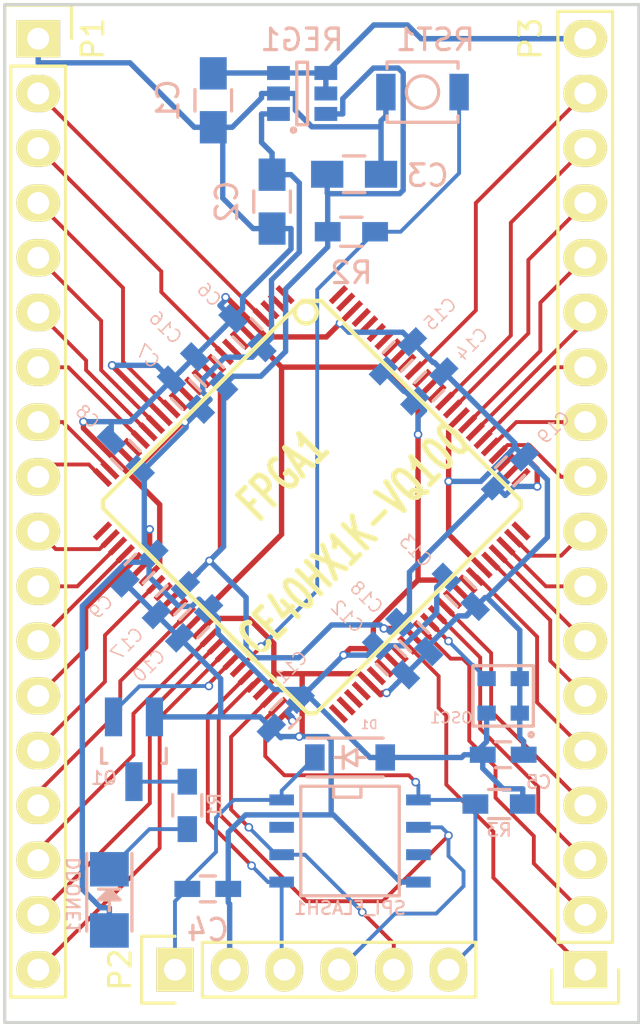
<source format=kicad_pcb>
(kicad_pcb (version 20171130) (host pcbnew "(5.1.12)-1")

  (general
    (thickness 1.6)
    (drawings 4)
    (tracks 530)
    (zones 0)
    (modules 33)
    (nets 84)
  )

  (page A4)
  (layers
    (0 F.Cu signal)
    (1 P.Cu power)
    (2 G.Cu power)
    (31 B.Cu signal)
    (32 B.Adhes user hide)
    (33 F.Adhes user hide)
    (34 B.Paste user hide)
    (35 F.Paste user hide)
    (36 B.SilkS user hide)
    (37 F.SilkS user hide)
    (38 B.Mask user hide)
    (39 F.Mask user hide)
    (40 Dwgs.User user hide)
    (41 Cmts.User user hide)
    (42 Eco1.User user hide)
    (43 Eco2.User user hide)
    (44 Edge.Cuts user)
    (45 Margin user hide)
    (46 B.CrtYd user hide)
    (47 F.CrtYd user hide)
    (48 B.Fab user hide)
    (49 F.Fab user hide)
  )

  (setup
    (last_trace_width 0.18)
    (user_trace_width 0.254)
    (user_trace_width 0.6)
    (trace_clearance 0.18)
    (zone_clearance 0.2)
    (zone_45_only yes)
    (trace_min 0.18)
    (via_size 0.4)
    (via_drill 0.25)
    (via_min_size 0.4)
    (via_min_drill 0.25)
    (uvia_size 0.3)
    (uvia_drill 0.1)
    (uvias_allowed no)
    (uvia_min_size 0.2)
    (uvia_min_drill 0.1)
    (edge_width 0.15)
    (segment_width 0.2)
    (pcb_text_width 0.3)
    (pcb_text_size 1 1)
    (mod_edge_width 0.15)
    (mod_text_size 1 1)
    (mod_text_width 0.15)
    (pad_size 1 1)
    (pad_drill 0.6)
    (pad_to_mask_clearance 0)
    (aux_axis_origin 0 0)
    (visible_elements 7FFFFFFF)
    (pcbplotparams
      (layerselection 0x00030_80000001)
      (usegerberextensions false)
      (usegerberattributes true)
      (usegerberadvancedattributes true)
      (creategerberjobfile true)
      (excludeedgelayer true)
      (linewidth 0.100000)
      (plotframeref false)
      (viasonmask false)
      (mode 1)
      (useauxorigin false)
      (hpglpennumber 1)
      (hpglpenspeed 20)
      (hpglpendiameter 15.000000)
      (psnegative false)
      (psa4output false)
      (plotreference true)
      (plotvalue true)
      (plotinvisibletext false)
      (padsonsilk false)
      (subtractmaskfromsilk false)
      (outputformat 1)
      (mirror false)
      (drillshape 1)
      (scaleselection 1)
      (outputdirectory ""))
  )

  (net 0 "")
  (net 1 VCC)
  (net 2 GND)
  (net 3 +3V3)
  (net 4 +1V2)
  (net 5 "Net-(C4-Pad1)")
  (net 6 "Net-(DDONE1-Pad1)")
  (net 7 "Net-(FPGA1-Pad100)")
  (net 8 "Net-(FPGA1-Pad76)")
  (net 9 "Net-(FPGA1-Pad78)")
  (net 10 "Net-(FPGA1-Pad79)")
  (net 11 "Net-(FPGA1-Pad80)")
  (net 12 "Net-(FPGA1-Pad81)")
  (net 13 "Net-(FPGA1-Pad82)")
  (net 14 "Net-(FPGA1-Pad83)")
  (net 15 "Net-(FPGA1-Pad85)")
  (net 16 "Net-(FPGA1-Pad86)")
  (net 17 "Net-(FPGA1-Pad87)")
  (net 18 "Net-(FPGA1-Pad89)")
  (net 19 "Net-(FPGA1-Pad90)")
  (net 20 "Net-(FPGA1-Pad91)")
  (net 21 "Net-(FPGA1-Pad93)")
  (net 22 "Net-(FPGA1-Pad94)")
  (net 23 "Net-(FPGA1-Pad95)")
  (net 24 "Net-(FPGA1-Pad96)")
  (net 25 "Net-(FPGA1-Pad97)")
  (net 26 "Net-(FPGA1-Pad99)")
  (net 27 "Net-(FPGA1-Pad75)")
  (net 28 "Net-(FPGA1-Pad51)")
  (net 29 "Net-(FPGA1-Pad52)")
  (net 30 "Net-(FPGA1-Pad53)")
  (net 31 "Net-(FPGA1-Pad54)")
  (net 32 "Net-(FPGA1-Pad56)")
  (net 33 "Net-(FPGA1-Pad57)")
  (net 34 "Net-(FPGA1-Pad59)")
  (net 35 "Net-(FPGA1-Pad60)")
  (net 36 "Net-(FPGA1-Pad62)")
  (net 37 "Net-(FPGA1-Pad63)")
  (net 38 "Net-(FPGA1-Pad64)")
  (net 39 "Net-(FPGA1-Pad65)")
  (net 40 "Net-(FPGA1-Pad66)")
  (net 41 "Net-(FPGA1-Pad68)")
  (net 42 "Net-(FPGA1-Pad69)")
  (net 43 "Net-(FPGA1-Pad71)")
  (net 44 "Net-(FPGA1-Pad72)")
  (net 45 "Net-(FPGA1-Pad73)")
  (net 46 "Net-(FPGA1-Pad74)")
  (net 47 "Net-(FPGA1-Pad1)")
  (net 48 "Net-(FPGA1-Pad2)")
  (net 49 "Net-(FPGA1-Pad3)")
  (net 50 "Net-(FPGA1-Pad4)")
  (net 51 "Net-(FPGA1-Pad9)")
  (net 52 "Net-(FPGA1-Pad10)")
  (net 53 "Net-(FPGA1-Pad12)")
  (net 54 "Net-(FPGA1-Pad13)")
  (net 55 "Net-(FPGA1-Pad15)")
  (net 56 "Net-(FPGA1-Pad16)")
  (net 57 "Net-(FPGA1-Pad18)")
  (net 58 "Net-(FPGA1-Pad19)")
  (net 59 "Net-(FPGA1-Pad20)")
  (net 60 "Net-(FPGA1-Pad21)")
  (net 61 "Net-(FPGA1-Pad24)")
  (net 62 "Net-(FPGA1-Pad25)")
  (net 63 "Net-(FPGA1-Pad26)")
  (net 64 "Net-(FPGA1-Pad27)")
  (net 65 "Net-(FPGA1-Pad28)")
  (net 66 "Net-(FPGA1-Pad29)")
  (net 67 "Net-(FPGA1-Pad30)")
  (net 68 "Net-(FPGA1-Pad33)")
  (net 69 "Net-(FPGA1-Pad34)")
  (net 70 "Net-(FPGA1-Pad36)")
  (net 71 "Net-(FPGA1-Pad37)")
  (net 72 "Net-(FPGA1-Pad40)")
  (net 73 "Net-(FPGA1-Pad41)")
  (net 74 "Net-(FPGA1-Pad42)")
  (net 75 "Net-(FPGA1-Pad43)")
  (net 76 "Net-(FPGA1-Pad44)")
  (net 77 "Net-(FPGA1-Pad45)")
  (net 78 "Net-(FPGA1-Pad46)")
  (net 79 "Net-(FPGA1-Pad48)")
  (net 80 "Net-(FPGA1-Pad49)")
  (net 81 "Net-(Q1-Pad3)")
  (net 82 "Net-(SPI_FLASH1-Pad7)")
  (net 83 "Net-(SPI_FLASH1-Pad3)")

  (net_class Default "This is the default net class."
    (clearance 0.18)
    (trace_width 0.18)
    (via_dia 0.4)
    (via_drill 0.25)
    (uvia_dia 0.3)
    (uvia_drill 0.1)
    (add_net "Net-(C4-Pad1)")
    (add_net "Net-(DDONE1-Pad1)")
    (add_net "Net-(FPGA1-Pad1)")
    (add_net "Net-(FPGA1-Pad10)")
    (add_net "Net-(FPGA1-Pad100)")
    (add_net "Net-(FPGA1-Pad12)")
    (add_net "Net-(FPGA1-Pad13)")
    (add_net "Net-(FPGA1-Pad15)")
    (add_net "Net-(FPGA1-Pad16)")
    (add_net "Net-(FPGA1-Pad18)")
    (add_net "Net-(FPGA1-Pad19)")
    (add_net "Net-(FPGA1-Pad2)")
    (add_net "Net-(FPGA1-Pad20)")
    (add_net "Net-(FPGA1-Pad21)")
    (add_net "Net-(FPGA1-Pad24)")
    (add_net "Net-(FPGA1-Pad25)")
    (add_net "Net-(FPGA1-Pad26)")
    (add_net "Net-(FPGA1-Pad27)")
    (add_net "Net-(FPGA1-Pad28)")
    (add_net "Net-(FPGA1-Pad29)")
    (add_net "Net-(FPGA1-Pad3)")
    (add_net "Net-(FPGA1-Pad30)")
    (add_net "Net-(FPGA1-Pad33)")
    (add_net "Net-(FPGA1-Pad34)")
    (add_net "Net-(FPGA1-Pad36)")
    (add_net "Net-(FPGA1-Pad37)")
    (add_net "Net-(FPGA1-Pad4)")
    (add_net "Net-(FPGA1-Pad40)")
    (add_net "Net-(FPGA1-Pad41)")
    (add_net "Net-(FPGA1-Pad42)")
    (add_net "Net-(FPGA1-Pad43)")
    (add_net "Net-(FPGA1-Pad44)")
    (add_net "Net-(FPGA1-Pad45)")
    (add_net "Net-(FPGA1-Pad46)")
    (add_net "Net-(FPGA1-Pad48)")
    (add_net "Net-(FPGA1-Pad49)")
    (add_net "Net-(FPGA1-Pad51)")
    (add_net "Net-(FPGA1-Pad52)")
    (add_net "Net-(FPGA1-Pad53)")
    (add_net "Net-(FPGA1-Pad54)")
    (add_net "Net-(FPGA1-Pad56)")
    (add_net "Net-(FPGA1-Pad57)")
    (add_net "Net-(FPGA1-Pad59)")
    (add_net "Net-(FPGA1-Pad60)")
    (add_net "Net-(FPGA1-Pad62)")
    (add_net "Net-(FPGA1-Pad63)")
    (add_net "Net-(FPGA1-Pad64)")
    (add_net "Net-(FPGA1-Pad65)")
    (add_net "Net-(FPGA1-Pad66)")
    (add_net "Net-(FPGA1-Pad68)")
    (add_net "Net-(FPGA1-Pad69)")
    (add_net "Net-(FPGA1-Pad71)")
    (add_net "Net-(FPGA1-Pad72)")
    (add_net "Net-(FPGA1-Pad73)")
    (add_net "Net-(FPGA1-Pad74)")
    (add_net "Net-(FPGA1-Pad75)")
    (add_net "Net-(FPGA1-Pad76)")
    (add_net "Net-(FPGA1-Pad78)")
    (add_net "Net-(FPGA1-Pad79)")
    (add_net "Net-(FPGA1-Pad80)")
    (add_net "Net-(FPGA1-Pad81)")
    (add_net "Net-(FPGA1-Pad82)")
    (add_net "Net-(FPGA1-Pad83)")
    (add_net "Net-(FPGA1-Pad85)")
    (add_net "Net-(FPGA1-Pad86)")
    (add_net "Net-(FPGA1-Pad87)")
    (add_net "Net-(FPGA1-Pad89)")
    (add_net "Net-(FPGA1-Pad9)")
    (add_net "Net-(FPGA1-Pad90)")
    (add_net "Net-(FPGA1-Pad91)")
    (add_net "Net-(FPGA1-Pad93)")
    (add_net "Net-(FPGA1-Pad94)")
    (add_net "Net-(FPGA1-Pad95)")
    (add_net "Net-(FPGA1-Pad96)")
    (add_net "Net-(FPGA1-Pad97)")
    (add_net "Net-(FPGA1-Pad99)")
    (add_net "Net-(Q1-Pad3)")
    (add_net "Net-(SPI_FLASH1-Pad3)")
    (add_net "Net-(SPI_FLASH1-Pad7)")
  )

  (net_class Power ""
    (clearance 0.13)
    (trace_width 0.25)
    (via_dia 0.4)
    (via_drill 0.25)
    (uvia_dia 0.3)
    (uvia_drill 0.1)
    (add_net +1V2)
    (add_net +3V3)
    (add_net GND)
    (add_net VCC)
  )

  (module mini_ice40:2MMx2MM5 (layer B.Cu) (tedit 570CF5DA) (tstamp 570CB696)
    (at 36.83 45.72 270)
    (path /57079BD5)
    (fp_text reference OSC1 (at 1.016 2.413) (layer B.SilkS)
      (effects (font (size 0.5 0.5) (thickness 0.075)) (justify mirror))
    )
    (fp_text value ASDMB-26MHZ-LC (at 0 -1.8 270) (layer B.SilkS) hide
      (effects (font (size 0.5 0.5) (thickness 0.075)) (justify mirror))
    )
    (fp_line (start -1.4 1.4) (end 0 1.4) (layer B.SilkS) (width 0.15))
    (fp_line (start -1.4 -1.4) (end -1.4 1.4) (layer B.SilkS) (width 0.15))
    (fp_line (start 1.4 -1.4) (end -1.4 -1.4) (layer B.SilkS) (width 0.15))
    (fp_line (start 1.4 1.4) (end 1.4 -1.4) (layer B.SilkS) (width 0.15))
    (fp_line (start 0 1.4) (end 1.4 1.4) (layer B.SilkS) (width 0.15))
    (fp_circle (center 1.8 -1.3) (end 1.9 -1.3) (layer B.SilkS) (width 0.15))
    (pad 1 smd rect (at 0.8 -0.77 270) (size 0.7 0.85) (layers B.Cu B.Paste B.Mask)
      (net 2 GND))
    (pad 4 smd rect (at 0.8 0.77 270) (size 0.7 0.85) (layers B.Cu B.Paste B.Mask)
      (net 3 +3V3))
    (pad 3 smd rect (at -0.8 0.77 270) (size 0.7 0.85) (layers B.Cu B.Paste B.Mask)
      (net 37 "Net-(FPGA1-Pad63)"))
    (pad 2 smd rect (at -0.8 -0.77 270) (size 0.7 0.85) (layers B.Cu B.Paste B.Mask)
      (net 2 GND))
  )

  (module Capacitors_SMD:C_0603_HandSoldering (layer B.Cu) (tedit 570C89D1) (tstamp 570C9AAE)
    (at 31.9405 29.972 45)
    (descr "Capacitor SMD 0603, hand soldering")
    (tags "capacitor 0603")
    (path /570A25B1)
    (attr smd)
    (fp_text reference C15 (at 2.783879 0 45) (layer B.SilkS)
      (effects (font (size 0.6 0.6) (thickness 0.07)) (justify mirror))
    )
    (fp_text value 0u1 (at 0 -1.9 45) (layer B.Fab) hide
      (effects (font (size 1 1) (thickness 0.15)) (justify mirror))
    )
    (fp_line (start 0.35 -0.6) (end -0.35 -0.6) (layer B.SilkS) (width 0.15))
    (fp_line (start -0.35 0.6) (end 0.35 0.6) (layer B.SilkS) (width 0.15))
    (fp_line (start 1.85 0.75) (end 1.85 -0.75) (layer B.CrtYd) (width 0.05))
    (fp_line (start -1.85 0.75) (end -1.85 -0.75) (layer B.CrtYd) (width 0.05))
    (fp_line (start -1.85 -0.75) (end 1.85 -0.75) (layer B.CrtYd) (width 0.05))
    (fp_line (start -1.85 0.75) (end 1.85 0.75) (layer B.CrtYd) (width 0.05))
    (pad 1 smd rect (at -0.95 0 45) (size 1.2 0.75) (layers B.Cu B.Paste B.Mask)
      (net 3 +3V3))
    (pad 2 smd rect (at 0.95 0 45) (size 1.2 0.75) (layers B.Cu B.Paste B.Mask)
      (net 2 GND))
    (model Capacitors_SMD.3dshapes/C_0603_HandSoldering.wrl
      (at (xyz 0 0 0))
      (scale (xyz 1 1 1))
      (rotate (xyz 0 0 0))
    )
  )

  (module Capacitors_SMD:C_0603_HandSoldering (layer B.Cu) (tedit 570C89D1) (tstamp 570C9A89)
    (at 33.401 31.369 45)
    (descr "Capacitor SMD 0603, hand soldering")
    (tags "capacitor 0603")
    (path /570A257E)
    (attr smd)
    (fp_text reference C14 (at 2.783879 0 45) (layer B.SilkS)
      (effects (font (size 0.6 0.6) (thickness 0.07)) (justify mirror))
    )
    (fp_text value 0u1 (at 0 -1.9 45) (layer B.Fab) hide
      (effects (font (size 1 1) (thickness 0.15)) (justify mirror))
    )
    (fp_line (start 0.35 -0.6) (end -0.35 -0.6) (layer B.SilkS) (width 0.15))
    (fp_line (start -0.35 0.6) (end 0.35 0.6) (layer B.SilkS) (width 0.15))
    (fp_line (start 1.85 0.75) (end 1.85 -0.75) (layer B.CrtYd) (width 0.05))
    (fp_line (start -1.85 0.75) (end -1.85 -0.75) (layer B.CrtYd) (width 0.05))
    (fp_line (start -1.85 -0.75) (end 1.85 -0.75) (layer B.CrtYd) (width 0.05))
    (fp_line (start -1.85 0.75) (end 1.85 0.75) (layer B.CrtYd) (width 0.05))
    (pad 1 smd rect (at -0.95 0 45) (size 1.2 0.75) (layers B.Cu B.Paste B.Mask)
      (net 3 +3V3))
    (pad 2 smd rect (at 0.95 0 45) (size 1.2 0.75) (layers B.Cu B.Paste B.Mask)
      (net 2 GND))
    (model Capacitors_SMD.3dshapes/C_0603_HandSoldering.wrl
      (at (xyz 0 0 0))
      (scale (xyz 1 1 1))
      (rotate (xyz 0 0 0))
    )
  )

  (module Capacitors_SMD:C_0603_HandSoldering (layer B.Cu) (tedit 570C9A49) (tstamp 570C9A43)
    (at 37.1475 35.306 45)
    (descr "Capacitor SMD 0603, hand soldering")
    (tags "capacitor 0603")
    (path /570ABFB5)
    (attr smd)
    (fp_text reference C19 (at 2.873682 0 45) (layer B.SilkS)
      (effects (font (size 0.6 0.6) (thickness 0.07)) (justify mirror))
    )
    (fp_text value 0u1 (at 0 -1.9 45) (layer B.Fab) hide
      (effects (font (size 1 1) (thickness 0.15)) (justify mirror))
    )
    (fp_line (start 0.35 -0.6) (end -0.35 -0.6) (layer B.SilkS) (width 0.15))
    (fp_line (start -0.35 0.6) (end 0.35 0.6) (layer B.SilkS) (width 0.15))
    (fp_line (start 1.85 0.75) (end 1.85 -0.75) (layer B.CrtYd) (width 0.05))
    (fp_line (start -1.85 0.75) (end -1.85 -0.75) (layer B.CrtYd) (width 0.05))
    (fp_line (start -1.85 -0.75) (end 1.85 -0.75) (layer B.CrtYd) (width 0.05))
    (fp_line (start -1.85 0.75) (end 1.85 0.75) (layer B.CrtYd) (width 0.05))
    (pad 1 smd rect (at -0.95 0 45) (size 1.2 0.75) (layers B.Cu B.Paste B.Mask)
      (net 4 +1V2))
    (pad 2 smd rect (at 0.95 0 45) (size 1.2 0.75) (layers B.Cu B.Paste B.Mask)
      (net 2 GND))
    (model Capacitors_SMD.3dshapes/C_0603_HandSoldering.wrl
      (at (xyz 0 0 0))
      (scale (xyz 1 1 1))
      (rotate (xyz 0 0 0))
    )
  )

  (module Capacitors_SMD:C_0603_HandSoldering (layer B.Cu) (tedit 570CDFE4) (tstamp 570C8DD5)
    (at 34.8615 40.894 315)
    (descr "Capacitor SMD 0603, hand soldering")
    (tags "capacitor 0603")
    (path /570A2532)
    (attr smd)
    (fp_text reference C13 (at -2.828781 0.134704 315) (layer B.SilkS)
      (effects (font (size 0.6 0.6) (thickness 0.07)) (justify mirror))
    )
    (fp_text value 0u1 (at 0 -1.9 315) (layer B.Fab) hide
      (effects (font (size 1 1) (thickness 0.15)) (justify mirror))
    )
    (fp_line (start 0.35 -0.6) (end -0.35 -0.6) (layer B.SilkS) (width 0.15))
    (fp_line (start -0.35 0.6) (end 0.35 0.6) (layer B.SilkS) (width 0.15))
    (fp_line (start 1.85 0.75) (end 1.85 -0.75) (layer B.CrtYd) (width 0.05))
    (fp_line (start -1.85 0.75) (end -1.85 -0.75) (layer B.CrtYd) (width 0.05))
    (fp_line (start -1.85 -0.75) (end 1.85 -0.75) (layer B.CrtYd) (width 0.05))
    (fp_line (start -1.85 0.75) (end 1.85 0.75) (layer B.CrtYd) (width 0.05))
    (pad 1 smd rect (at -0.95 0 315) (size 1.2 0.75) (layers B.Cu B.Paste B.Mask)
      (net 3 +3V3))
    (pad 2 smd rect (at 0.95 0 315) (size 1.2 0.75) (layers B.Cu B.Paste B.Mask)
      (net 2 GND))
    (model Capacitors_SMD.3dshapes/C_0603_HandSoldering.wrl
      (at (xyz 0 0 0))
      (scale (xyz 1 1 1))
      (rotate (xyz 0 0 0))
    )
  )

  (module Capacitors_SMD:C_0603_HandSoldering (layer B.Cu) (tedit 570CDFDE) (tstamp 570C8A87)
    (at 32.7025 42.9895 315)
    (descr "Capacitor SMD 0603, hand soldering")
    (tags "capacitor 0603")
    (path /570ABF54)
    (attr smd)
    (fp_text reference C18 (at -2.873682 0.269408 315) (layer B.SilkS)
      (effects (font (size 0.6 0.6) (thickness 0.07)) (justify mirror))
    )
    (fp_text value 0u1 (at 0 -1.9 315) (layer B.Fab) hide
      (effects (font (size 1 1) (thickness 0.15)) (justify mirror))
    )
    (fp_line (start 0.35 -0.6) (end -0.35 -0.6) (layer B.SilkS) (width 0.15))
    (fp_line (start -0.35 0.6) (end 0.35 0.6) (layer B.SilkS) (width 0.15))
    (fp_line (start 1.85 0.75) (end 1.85 -0.75) (layer B.CrtYd) (width 0.05))
    (fp_line (start -1.85 0.75) (end -1.85 -0.75) (layer B.CrtYd) (width 0.05))
    (fp_line (start -1.85 -0.75) (end 1.85 -0.75) (layer B.CrtYd) (width 0.05))
    (fp_line (start -1.85 0.75) (end 1.85 0.75) (layer B.CrtYd) (width 0.05))
    (pad 1 smd rect (at -0.95 0 315) (size 1.2 0.75) (layers B.Cu B.Paste B.Mask)
      (net 4 +1V2))
    (pad 2 smd rect (at 0.95 0 315) (size 1.2 0.75) (layers B.Cu B.Paste B.Mask)
      (net 2 GND))
    (model Capacitors_SMD.3dshapes/C_0603_HandSoldering.wrl
      (at (xyz 0 0 0))
      (scale (xyz 1 1 1))
      (rotate (xyz 0 0 0))
    )
  )

  (module Capacitors_SMD:C_0603_HandSoldering (layer B.Cu) (tedit 570CDFEF) (tstamp 570C84D7)
    (at 31.623 44.069 315)
    (descr "Capacitor SMD 0603, hand soldering")
    (tags "capacitor 0603")
    (path /570A23FF)
    (attr smd)
    (fp_text reference C12 (at -2.873682 0 315) (layer B.SilkS)
      (effects (font (size 0.6 0.6) (thickness 0.07)) (justify mirror))
    )
    (fp_text value 0u1 (at 0 -1.9 315) (layer B.Fab) hide
      (effects (font (size 1 1) (thickness 0.15)) (justify mirror))
    )
    (fp_line (start 0.35 -0.6) (end -0.35 -0.6) (layer B.SilkS) (width 0.15))
    (fp_line (start -0.35 0.6) (end 0.35 0.6) (layer B.SilkS) (width 0.15))
    (fp_line (start 1.85 0.75) (end 1.85 -0.75) (layer B.CrtYd) (width 0.05))
    (fp_line (start -1.85 0.75) (end -1.85 -0.75) (layer B.CrtYd) (width 0.05))
    (fp_line (start -1.85 -0.75) (end 1.85 -0.75) (layer B.CrtYd) (width 0.05))
    (fp_line (start -1.85 0.75) (end 1.85 0.75) (layer B.CrtYd) (width 0.05))
    (pad 1 smd rect (at -0.95 0 315) (size 1.2 0.75) (layers B.Cu B.Paste B.Mask)
      (net 3 +3V3))
    (pad 2 smd rect (at 0.95 0 315) (size 1.2 0.75) (layers B.Cu B.Paste B.Mask)
      (net 2 GND))
    (model Capacitors_SMD.3dshapes/C_0603_HandSoldering.wrl
      (at (xyz 0 0 0))
      (scale (xyz 1 1 1))
      (rotate (xyz 0 0 0))
    )
  )

  (module Capacitors_SMD:C_0603_HandSoldering (layer B.Cu) (tedit 570CE287) (tstamp 570C806B)
    (at 26.7335 46.5455 225)
    (descr "Capacitor SMD 0603, hand soldering")
    (tags "capacitor 0603")
    (path /570A87A1)
    (attr smd)
    (fp_text reference C11 (at -1.706249 1.347038 225) (layer B.SilkS)
      (effects (font (size 0.6 0.6) (thickness 0.07)) (justify mirror))
    )
    (fp_text value 0u1 (at 0 -1.9 225) (layer B.Fab) hide
      (effects (font (size 1 1) (thickness 0.15)) (justify mirror))
    )
    (fp_line (start 0.35 -0.6) (end -0.35 -0.6) (layer B.SilkS) (width 0.15))
    (fp_line (start -0.35 0.6) (end 0.35 0.6) (layer B.SilkS) (width 0.15))
    (fp_line (start 1.85 0.75) (end 1.85 -0.75) (layer B.CrtYd) (width 0.05))
    (fp_line (start -1.85 0.75) (end -1.85 -0.75) (layer B.CrtYd) (width 0.05))
    (fp_line (start -1.85 -0.75) (end 1.85 -0.75) (layer B.CrtYd) (width 0.05))
    (fp_line (start -1.85 0.75) (end 1.85 0.75) (layer B.CrtYd) (width 0.05))
    (pad 1 smd rect (at -0.95 0 225) (size 1.2 0.75) (layers B.Cu B.Paste B.Mask)
      (net 3 +3V3))
    (pad 2 smd rect (at 0.95 0 225) (size 1.2 0.75) (layers B.Cu B.Paste B.Mask)
      (net 2 GND))
    (model Capacitors_SMD.3dshapes/C_0603_HandSoldering.wrl
      (at (xyz 0 0 0))
      (scale (xyz 1 1 1))
      (rotate (xyz 0 0 0))
    )
  )

  (module Capacitors_SMD:C_0603_HandSoldering (layer B.Cu) (tedit 570C89E9) (tstamp 570C7FE8)
    (at 22.479 42.3545 225)
    (descr "Capacitor SMD 0603, hand soldering")
    (tags "capacitor 0603")
    (path /570A879B)
    (attr smd)
    (fp_text reference C10 (at 2.873682 0.089803 225) (layer B.SilkS)
      (effects (font (size 0.6 0.6) (thickness 0.07)) (justify mirror))
    )
    (fp_text value 0u1 (at 0 -1.9 225) (layer B.Fab) hide
      (effects (font (size 1 1) (thickness 0.15)) (justify mirror))
    )
    (fp_line (start 0.35 -0.6) (end -0.35 -0.6) (layer B.SilkS) (width 0.15))
    (fp_line (start -0.35 0.6) (end 0.35 0.6) (layer B.SilkS) (width 0.15))
    (fp_line (start 1.85 0.75) (end 1.85 -0.75) (layer B.CrtYd) (width 0.05))
    (fp_line (start -1.85 0.75) (end -1.85 -0.75) (layer B.CrtYd) (width 0.05))
    (fp_line (start -1.85 -0.75) (end 1.85 -0.75) (layer B.CrtYd) (width 0.05))
    (fp_line (start -1.85 0.75) (end 1.85 0.75) (layer B.CrtYd) (width 0.05))
    (pad 1 smd rect (at -0.95 0 225) (size 1.2 0.75) (layers B.Cu B.Paste B.Mask)
      (net 3 +3V3))
    (pad 2 smd rect (at 0.95 0 225) (size 1.2 0.75) (layers B.Cu B.Paste B.Mask)
      (net 2 GND))
    (model Capacitors_SMD.3dshapes/C_0603_HandSoldering.wrl
      (at (xyz 0 0 0))
      (scale (xyz 1 1 1))
      (rotate (xyz 0 0 0))
    )
  )

  (module Capacitors_SMD:C_0603_HandSoldering (layer B.Cu) (tedit 570C7A98) (tstamp 570C7F5D)
    (at 21.3995 41.275 225)
    (descr "Capacitor SMD 0603, hand soldering")
    (tags "capacitor 0603")
    (path /570ABEFA)
    (attr smd)
    (fp_text reference C17 (at 2.873682 0 225) (layer B.SilkS)
      (effects (font (size 0.6 0.6) (thickness 0.07)) (justify mirror))
    )
    (fp_text value 0u1 (at 0 -1.9 225) (layer B.Fab) hide
      (effects (font (size 1 1) (thickness 0.15)) (justify mirror))
    )
    (fp_line (start 0.35 -0.6) (end -0.35 -0.6) (layer B.SilkS) (width 0.15))
    (fp_line (start -0.35 0.6) (end 0.35 0.6) (layer B.SilkS) (width 0.15))
    (fp_line (start 1.85 0.75) (end 1.85 -0.75) (layer B.CrtYd) (width 0.05))
    (fp_line (start -1.85 0.75) (end -1.85 -0.75) (layer B.CrtYd) (width 0.05))
    (fp_line (start -1.85 -0.75) (end 1.85 -0.75) (layer B.CrtYd) (width 0.05))
    (fp_line (start -1.85 0.75) (end 1.85 0.75) (layer B.CrtYd) (width 0.05))
    (pad 1 smd rect (at -0.95 0 225) (size 1.2 0.75) (layers B.Cu B.Paste B.Mask)
      (net 4 +1V2))
    (pad 2 smd rect (at 0.95 0 225) (size 1.2 0.75) (layers B.Cu B.Paste B.Mask)
      (net 2 GND))
    (model Capacitors_SMD.3dshapes/C_0603_HandSoldering.wrl
      (at (xyz 0 0 0))
      (scale (xyz 1 1 1))
      (rotate (xyz 0 0 0))
    )
  )

  (module Capacitors_SMD:C_0603_HandSoldering (layer B.Cu) (tedit 570C7A9C) (tstamp 570C7F09)
    (at 19.939 39.8145 225)
    (descr "Capacitor SMD 0603, hand soldering")
    (tags "capacitor 0603")
    (path /570A8795)
    (attr smd)
    (fp_text reference C9 (at 2.514472 0 225) (layer B.SilkS)
      (effects (font (size 0.6 0.6) (thickness 0.07)) (justify mirror))
    )
    (fp_text value 0u1 (at 0 -1.9 225) (layer B.Fab) hide
      (effects (font (size 1 1) (thickness 0.15)) (justify mirror))
    )
    (fp_line (start 0.35 -0.6) (end -0.35 -0.6) (layer B.SilkS) (width 0.15))
    (fp_line (start -0.35 0.6) (end 0.35 0.6) (layer B.SilkS) (width 0.15))
    (fp_line (start 1.85 0.75) (end 1.85 -0.75) (layer B.CrtYd) (width 0.05))
    (fp_line (start -1.85 0.75) (end -1.85 -0.75) (layer B.CrtYd) (width 0.05))
    (fp_line (start -1.85 -0.75) (end 1.85 -0.75) (layer B.CrtYd) (width 0.05))
    (fp_line (start -1.85 0.75) (end 1.85 0.75) (layer B.CrtYd) (width 0.05))
    (pad 1 smd rect (at -0.95 0 225) (size 1.2 0.75) (layers B.Cu B.Paste B.Mask)
      (net 3 +3V3))
    (pad 2 smd rect (at 0.95 0 225) (size 1.2 0.75) (layers B.Cu B.Paste B.Mask)
      (net 2 GND))
    (model Capacitors_SMD.3dshapes/C_0603_HandSoldering.wrl
      (at (xyz 0 0 0))
      (scale (xyz 1 1 1))
      (rotate (xyz 0 0 0))
    )
  )

  (module Capacitors_SMD:C_0603_HandSoldering (layer B.Cu) (tedit 570C7A9C) (tstamp 570C7DA5)
    (at 19.304 34.544 135)
    (descr "Capacitor SMD 0603, hand soldering")
    (tags "capacitor 0603")
    (path /570A878F)
    (attr smd)
    (fp_text reference C8 (at 2.514472 0 135) (layer B.SilkS)
      (effects (font (size 0.6 0.6) (thickness 0.07)) (justify mirror))
    )
    (fp_text value 0u1 (at 0 -1.9 135) (layer B.Fab) hide
      (effects (font (size 1 1) (thickness 0.15)) (justify mirror))
    )
    (fp_line (start 0.35 -0.6) (end -0.35 -0.6) (layer B.SilkS) (width 0.15))
    (fp_line (start -0.35 0.6) (end 0.35 0.6) (layer B.SilkS) (width 0.15))
    (fp_line (start 1.85 0.75) (end 1.85 -0.75) (layer B.CrtYd) (width 0.05))
    (fp_line (start -1.85 0.75) (end -1.85 -0.75) (layer B.CrtYd) (width 0.05))
    (fp_line (start -1.85 -0.75) (end 1.85 -0.75) (layer B.CrtYd) (width 0.05))
    (fp_line (start -1.85 0.75) (end 1.85 0.75) (layer B.CrtYd) (width 0.05))
    (pad 1 smd rect (at -0.95 0 135) (size 1.2 0.75) (layers B.Cu B.Paste B.Mask)
      (net 3 +3V3))
    (pad 2 smd rect (at 0.95 0 135) (size 1.2 0.75) (layers B.Cu B.Paste B.Mask)
      (net 2 GND))
    (model Capacitors_SMD.3dshapes/C_0603_HandSoldering.wrl
      (at (xyz 0 0 0))
      (scale (xyz 1 1 1))
      (rotate (xyz 0 0 0))
    )
  )

  (module Capacitors_SMD:C_0603_HandSoldering (layer B.Cu) (tedit 570C7A9C) (tstamp 570C7A6C)
    (at 22.098 31.75 135)
    (descr "Capacitor SMD 0603, hand soldering")
    (tags "capacitor 0603")
    (path /570A87D4)
    (attr smd)
    (fp_text reference C7 (at 2.514472 0 135) (layer B.SilkS)
      (effects (font (size 0.6 0.6) (thickness 0.07)) (justify mirror))
    )
    (fp_text value 0u1 (at 0 -1.9 135) (layer B.Fab) hide
      (effects (font (size 1 1) (thickness 0.15)) (justify mirror))
    )
    (fp_line (start 0.35 -0.6) (end -0.35 -0.6) (layer B.SilkS) (width 0.15))
    (fp_line (start -0.35 0.6) (end 0.35 0.6) (layer B.SilkS) (width 0.15))
    (fp_line (start 1.85 0.75) (end 1.85 -0.75) (layer B.CrtYd) (width 0.05))
    (fp_line (start -1.85 0.75) (end -1.85 -0.75) (layer B.CrtYd) (width 0.05))
    (fp_line (start -1.85 -0.75) (end 1.85 -0.75) (layer B.CrtYd) (width 0.05))
    (fp_line (start -1.85 0.75) (end 1.85 0.75) (layer B.CrtYd) (width 0.05))
    (pad 1 smd rect (at -0.95 0 135) (size 1.2 0.75) (layers B.Cu B.Paste B.Mask)
      (net 3 +3V3))
    (pad 2 smd rect (at 0.95 0 135) (size 1.2 0.75) (layers B.Cu B.Paste B.Mask)
      (net 2 GND))
    (model Capacitors_SMD.3dshapes/C_0603_HandSoldering.wrl
      (at (xyz 0 0 0))
      (scale (xyz 1 1 1))
      (rotate (xyz 0 0 0))
    )
  )

  (module Capacitors_SMD:C_0603_HandSoldering (layer B.Cu) (tedit 570C7A98) (tstamp 570C7A54)
    (at 23.1775 30.6705 135)
    (descr "Capacitor SMD 0603, hand soldering")
    (tags "capacitor 0603")
    (path /570ABEA1)
    (attr smd)
    (fp_text reference C16 (at 2.873682 0 135) (layer B.SilkS)
      (effects (font (size 0.6 0.6) (thickness 0.07)) (justify mirror))
    )
    (fp_text value 0u1 (at 0 -1.9 135) (layer B.Fab) hide
      (effects (font (size 1 1) (thickness 0.15)) (justify mirror))
    )
    (fp_line (start 0.35 -0.6) (end -0.35 -0.6) (layer B.SilkS) (width 0.15))
    (fp_line (start -0.35 0.6) (end 0.35 0.6) (layer B.SilkS) (width 0.15))
    (fp_line (start 1.85 0.75) (end 1.85 -0.75) (layer B.CrtYd) (width 0.05))
    (fp_line (start -1.85 0.75) (end -1.85 -0.75) (layer B.CrtYd) (width 0.05))
    (fp_line (start -1.85 -0.75) (end 1.85 -0.75) (layer B.CrtYd) (width 0.05))
    (fp_line (start -1.85 0.75) (end 1.85 0.75) (layer B.CrtYd) (width 0.05))
    (pad 1 smd rect (at -0.95 0 135) (size 1.2 0.75) (layers B.Cu B.Paste B.Mask)
      (net 4 +1V2))
    (pad 2 smd rect (at 0.95 0 135) (size 1.2 0.75) (layers B.Cu B.Paste B.Mask)
      (net 2 GND))
    (model Capacitors_SMD.3dshapes/C_0603_HandSoldering.wrl
      (at (xyz 0 0 0))
      (scale (xyz 1 1 1))
      (rotate (xyz 0 0 0))
    )
  )

  (module mini_ice40:VQFP100 (layer F.Cu) (tedit 570BFD28) (tstamp 570BFE69)
    (at 27.94 36.83 45)
    (descr "Module CMS Vqfp 100 pins")
    (tags "CMS VQFP")
    (path /5706C13F)
    (attr smd)
    (fp_text reference FPGA1 (at 0 -1.905 45) (layer F.SilkS)
      (effects (font (size 1.524 1.016) (thickness 0.254)))
    )
    (fp_text value ICE40HX1K-VQ100 (at 0 2.54 45) (layer F.SilkS)
      (effects (font (size 1.524 1.016) (thickness 0.254)))
    )
    (fp_line (start 6.985 6.731) (end 6.985 -6.35) (layer F.SilkS) (width 0.2032))
    (fp_line (start -6.731 6.985) (end 6.731 6.985) (layer F.SilkS) (width 0.2032))
    (fp_line (start -6.985 -6.731) (end -6.985 6.731) (layer F.SilkS) (width 0.2032))
    (fp_line (start 6.35 -6.985) (end -6.731 -6.985) (layer F.SilkS) (width 0.2032))
    (fp_line (start 6.731 6.985) (end 6.985 6.731) (layer F.SilkS) (width 0.2032))
    (fp_line (start -6.985 6.731) (end -6.731 6.985) (layer F.SilkS) (width 0.2032))
    (fp_line (start -6.985 -6.731) (end -6.731 -6.985) (layer F.SilkS) (width 0.2032))
    (fp_line (start 6.985 -6.35) (end 6.35 -6.985) (layer F.SilkS) (width 0.2032))
    (fp_circle (center 6.096 -6.477) (end 6.096 -6.985) (layer F.SilkS) (width 0.2032))
    (pad 100 smd rect (at 7.747 -5.9944 45) (size 1.016 0.254) (layers F.Cu F.Paste F.Mask)
      (net 7 "Net-(FPGA1-Pad100)"))
    (pad 76 smd rect (at 7.747 5.9944 45) (size 1.016 0.254) (layers F.Cu F.Paste F.Mask)
      (net 8 "Net-(FPGA1-Pad76)"))
    (pad 77 smd rect (at 7.747 5.4864 45) (size 1.016 0.254) (layers F.Cu F.Paste F.Mask)
      (net 4 +1V2))
    (pad 78 smd rect (at 7.747 5.0038 45) (size 1.016 0.254) (layers F.Cu F.Paste F.Mask)
      (net 9 "Net-(FPGA1-Pad78)"))
    (pad 79 smd rect (at 7.747 4.4958 45) (size 1.016 0.254) (layers F.Cu F.Paste F.Mask)
      (net 10 "Net-(FPGA1-Pad79)"))
    (pad 80 smd rect (at 7.747 3.9878 45) (size 1.016 0.254) (layers F.Cu F.Paste F.Mask)
      (net 11 "Net-(FPGA1-Pad80)"))
    (pad 81 smd rect (at 7.747 3.5052 45) (size 1.016 0.254) (layers F.Cu F.Paste F.Mask)
      (net 12 "Net-(FPGA1-Pad81)"))
    (pad 82 smd rect (at 7.747 2.9972 45) (size 1.016 0.254) (layers F.Cu F.Paste F.Mask)
      (net 13 "Net-(FPGA1-Pad82)"))
    (pad 83 smd rect (at 7.747 2.4892 45) (size 1.016 0.254) (layers F.Cu F.Paste F.Mask)
      (net 14 "Net-(FPGA1-Pad83)"))
    (pad 84 smd rect (at 7.747 2.0066 45) (size 1.016 0.254) (layers F.Cu F.Paste F.Mask)
      (net 2 GND))
    (pad 85 smd rect (at 7.747 1.4986 45) (size 1.016 0.254) (layers F.Cu F.Paste F.Mask)
      (net 15 "Net-(FPGA1-Pad85)"))
    (pad 86 smd rect (at 7.747 0.9906 45) (size 1.016 0.254) (layers F.Cu F.Paste F.Mask)
      (net 16 "Net-(FPGA1-Pad86)"))
    (pad 87 smd rect (at 7.747 0.4826 45) (size 1.016 0.254) (layers F.Cu F.Paste F.Mask)
      (net 17 "Net-(FPGA1-Pad87)"))
    (pad 88 smd rect (at 7.747 0 45) (size 1.016 0.254) (layers F.Cu F.Paste F.Mask)
      (net 3 +3V3))
    (pad 89 smd rect (at 7.747 -0.508 45) (size 1.016 0.254) (layers F.Cu F.Paste F.Mask)
      (net 18 "Net-(FPGA1-Pad89)"))
    (pad 90 smd rect (at 7.747 -1.016 45) (size 1.016 0.254) (layers F.Cu F.Paste F.Mask)
      (net 19 "Net-(FPGA1-Pad90)"))
    (pad 91 smd rect (at 7.747 -1.4986 45) (size 1.016 0.254) (layers F.Cu F.Paste F.Mask)
      (net 20 "Net-(FPGA1-Pad91)"))
    (pad 92 smd rect (at 7.747 -2.0066 45) (size 1.016 0.254) (layers F.Cu F.Paste F.Mask)
      (net 3 +3V3))
    (pad 93 smd rect (at 7.747 -2.5146 45) (size 1.016 0.254) (layers F.Cu F.Paste F.Mask)
      (net 21 "Net-(FPGA1-Pad93)"))
    (pad 94 smd rect (at 7.747 -2.9972 45) (size 1.016 0.254) (layers F.Cu F.Paste F.Mask)
      (net 22 "Net-(FPGA1-Pad94)"))
    (pad 95 smd rect (at 7.747 -3.5052 45) (size 1.016 0.254) (layers F.Cu F.Paste F.Mask)
      (net 23 "Net-(FPGA1-Pad95)"))
    (pad 96 smd rect (at 7.747 -4.0132 45) (size 1.016 0.254) (layers F.Cu F.Paste F.Mask)
      (net 24 "Net-(FPGA1-Pad96)"))
    (pad 97 smd rect (at 7.747 -4.4958 45) (size 1.016 0.254) (layers F.Cu F.Paste F.Mask)
      (net 25 "Net-(FPGA1-Pad97)"))
    (pad 98 smd rect (at 7.747 -5.0038 45) (size 1.016 0.254) (layers F.Cu F.Paste F.Mask)
      (net 2 GND))
    (pad 99 smd rect (at 7.747 -5.5118 45) (size 1.016 0.254) (layers F.Cu F.Paste F.Mask)
      (net 26 "Net-(FPGA1-Pad99)"))
    (pad 75 smd rect (at 5.9944 7.747 45) (size 0.254 1.016) (layers F.Cu F.Paste F.Mask)
      (net 27 "Net-(FPGA1-Pad75)"))
    (pad 51 smd rect (at -5.9944 7.747 45) (size 0.254 1.016) (layers F.Cu F.Paste F.Mask)
      (net 28 "Net-(FPGA1-Pad51)"))
    (pad 52 smd rect (at -5.4864 7.747 45) (size 0.254 1.016) (layers F.Cu F.Paste F.Mask)
      (net 29 "Net-(FPGA1-Pad52)"))
    (pad 53 smd rect (at -5.0038 7.747 45) (size 0.254 1.016) (layers F.Cu F.Paste F.Mask)
      (net 30 "Net-(FPGA1-Pad53)"))
    (pad 54 smd rect (at -4.4958 7.747 45) (size 0.254 1.016) (layers F.Cu F.Paste F.Mask)
      (net 31 "Net-(FPGA1-Pad54)"))
    (pad 55 smd rect (at -3.9878 7.747 45) (size 0.254 1.016) (layers F.Cu F.Paste F.Mask)
      (net 2 GND))
    (pad 56 smd rect (at -3.5052 7.747 45) (size 0.254 1.016) (layers F.Cu F.Paste F.Mask)
      (net 32 "Net-(FPGA1-Pad56)"))
    (pad 57 smd rect (at -2.9972 7.747 45) (size 0.254 1.016) (layers F.Cu F.Paste F.Mask)
      (net 33 "Net-(FPGA1-Pad57)"))
    (pad 58 smd rect (at -2.4892 7.747 45) (size 0.254 1.016) (layers F.Cu F.Paste F.Mask)
      (net 3 +3V3))
    (pad 59 smd rect (at -2.0066 7.747 45) (size 0.254 1.016) (layers F.Cu F.Paste F.Mask)
      (net 34 "Net-(FPGA1-Pad59)"))
    (pad 60 smd rect (at -1.4986 7.747 45) (size 0.254 1.016) (layers F.Cu F.Paste F.Mask)
      (net 35 "Net-(FPGA1-Pad60)"))
    (pad 61 smd rect (at -0.9906 7.747 45) (size 0.254 1.016) (layers F.Cu F.Paste F.Mask)
      (net 4 +1V2))
    (pad 62 smd rect (at -0.4826 7.747 45) (size 0.254 1.016) (layers F.Cu F.Paste F.Mask)
      (net 36 "Net-(FPGA1-Pad62)"))
    (pad 63 smd rect (at 0 7.747 45) (size 0.254 1.016) (layers F.Cu F.Paste F.Mask)
      (net 37 "Net-(FPGA1-Pad63)"))
    (pad 64 smd rect (at 0.508 7.747 45) (size 0.254 1.016) (layers F.Cu F.Paste F.Mask)
      (net 38 "Net-(FPGA1-Pad64)"))
    (pad 65 smd rect (at 1.016 7.747 45) (size 0.254 1.016) (layers F.Cu F.Paste F.Mask)
      (net 39 "Net-(FPGA1-Pad65)"))
    (pad 66 smd rect (at 1.4986 7.747 45) (size 0.254 1.016) (layers F.Cu F.Paste F.Mask)
      (net 40 "Net-(FPGA1-Pad66)"))
    (pad 67 smd rect (at 2.0066 7.747 45) (size 0.254 1.016) (layers F.Cu F.Paste F.Mask)
      (net 3 +3V3))
    (pad 68 smd rect (at 2.5146 7.747 45) (size 0.254 1.016) (layers F.Cu F.Paste F.Mask)
      (net 41 "Net-(FPGA1-Pad68)"))
    (pad 69 smd rect (at 2.9972 7.747 45) (size 0.254 1.016) (layers F.Cu F.Paste F.Mask)
      (net 42 "Net-(FPGA1-Pad69)"))
    (pad 70 smd rect (at 3.5052 7.747 45) (size 0.254 1.016) (layers F.Cu F.Paste F.Mask)
      (net 2 GND))
    (pad 71 smd rect (at 4.0132 7.747 45) (size 0.254 1.016) (layers F.Cu F.Paste F.Mask)
      (net 43 "Net-(FPGA1-Pad71)"))
    (pad 72 smd rect (at 4.4958 7.747 45) (size 0.254 1.016) (layers F.Cu F.Paste F.Mask)
      (net 44 "Net-(FPGA1-Pad72)"))
    (pad 73 smd rect (at 5.0038 7.747 45) (size 0.254 1.016) (layers F.Cu F.Paste F.Mask)
      (net 45 "Net-(FPGA1-Pad73)"))
    (pad 74 smd rect (at 5.5118 7.747 45) (size 0.254 1.016) (layers F.Cu F.Paste F.Mask)
      (net 46 "Net-(FPGA1-Pad74)"))
    (pad 1 smd rect (at 5.9944 -7.747 45) (size 0.254 1.016) (layers F.Cu F.Paste F.Mask)
      (net 47 "Net-(FPGA1-Pad1)"))
    (pad 2 smd rect (at 5.4864 -7.747 45) (size 0.254 1.016) (layers F.Cu F.Paste F.Mask)
      (net 48 "Net-(FPGA1-Pad2)"))
    (pad 3 smd rect (at 5.0038 -7.747 45) (size 0.254 1.016) (layers F.Cu F.Paste F.Mask)
      (net 49 "Net-(FPGA1-Pad3)"))
    (pad 4 smd rect (at 4.4958 -7.747 45) (size 0.254 1.016) (layers F.Cu F.Paste F.Mask)
      (net 50 "Net-(FPGA1-Pad4)"))
    (pad 5 smd rect (at 3.9878 -7.747 45) (size 0.254 1.016) (layers F.Cu F.Paste F.Mask)
      (net 2 GND))
    (pad 6 smd rect (at 3.5052 -7.747 45) (size 0.254 1.016) (layers F.Cu F.Paste F.Mask)
      (net 3 +3V3))
    (pad 7 smd rect (at 2.9972 -7.747 45) (size 0.254 1.016) (layers F.Cu F.Paste F.Mask))
    (pad 8 smd rect (at 2.4892 -7.747 45) (size 0.254 1.016) (layers F.Cu F.Paste F.Mask))
    (pad 9 smd rect (at 2.0066 -7.747 45) (size 0.254 1.016) (layers F.Cu F.Paste F.Mask)
      (net 51 "Net-(FPGA1-Pad9)"))
    (pad 10 smd rect (at 1.4986 -7.747 45) (size 0.254 1.016) (layers F.Cu F.Paste F.Mask)
      (net 52 "Net-(FPGA1-Pad10)"))
    (pad 11 smd rect (at 0.9906 -7.747 45) (size 0.254 1.016) (layers F.Cu F.Paste F.Mask)
      (net 4 +1V2))
    (pad 12 smd rect (at 0.4826 -7.747 45) (size 0.254 1.016) (layers F.Cu F.Paste F.Mask)
      (net 53 "Net-(FPGA1-Pad12)"))
    (pad 13 smd rect (at 0 -7.747 45) (size 0.254 1.016) (layers F.Cu F.Paste F.Mask)
      (net 54 "Net-(FPGA1-Pad13)"))
    (pad 14 smd rect (at -0.508 -7.747 45) (size 0.254 1.016) (layers F.Cu F.Paste F.Mask)
      (net 3 +3V3))
    (pad 15 smd rect (at -1.016 -7.747 45) (size 0.254 1.016) (layers F.Cu F.Paste F.Mask)
      (net 55 "Net-(FPGA1-Pad15)"))
    (pad 16 smd rect (at -1.4986 -7.747 45) (size 0.254 1.016) (layers F.Cu F.Paste F.Mask)
      (net 56 "Net-(FPGA1-Pad16)"))
    (pad 17 smd rect (at -2.0066 -7.747 45) (size 0.254 1.016) (layers F.Cu F.Paste F.Mask)
      (net 2 GND))
    (pad 18 smd rect (at -2.5146 -7.747 45) (size 0.254 1.016) (layers F.Cu F.Paste F.Mask)
      (net 57 "Net-(FPGA1-Pad18)"))
    (pad 19 smd rect (at -2.9972 -7.747 45) (size 0.254 1.016) (layers F.Cu F.Paste F.Mask)
      (net 58 "Net-(FPGA1-Pad19)"))
    (pad 20 smd rect (at -3.5052 -7.747 45) (size 0.254 1.016) (layers F.Cu F.Paste F.Mask)
      (net 59 "Net-(FPGA1-Pad20)"))
    (pad 21 smd rect (at -4.0132 -7.747 45) (size 0.254 1.016) (layers F.Cu F.Paste F.Mask)
      (net 60 "Net-(FPGA1-Pad21)"))
    (pad 22 smd rect (at -4.4958 -7.747 45) (size 0.254 1.016) (layers F.Cu F.Paste F.Mask)
      (net 3 +3V3))
    (pad 23 smd rect (at -5.0038 -7.747 45) (size 0.254 1.016) (layers F.Cu F.Paste F.Mask)
      (net 2 GND))
    (pad 24 smd rect (at -5.5118 -7.747 45) (size 0.254 1.016) (layers F.Cu F.Paste F.Mask)
      (net 61 "Net-(FPGA1-Pad24)"))
    (pad 25 smd rect (at -5.9944 -7.747 45) (size 0.254 1.016) (layers F.Cu F.Paste F.Mask)
      (net 62 "Net-(FPGA1-Pad25)"))
    (pad 26 smd rect (at -7.747 -5.9944 45) (size 1.016 0.254) (layers F.Cu F.Paste F.Mask)
      (net 63 "Net-(FPGA1-Pad26)"))
    (pad 27 smd rect (at -7.747 -5.4864 45) (size 1.016 0.254) (layers F.Cu F.Paste F.Mask)
      (net 64 "Net-(FPGA1-Pad27)"))
    (pad 28 smd rect (at -7.747 -5.0038 45) (size 1.016 0.254) (layers F.Cu F.Paste F.Mask)
      (net 65 "Net-(FPGA1-Pad28)"))
    (pad 29 smd rect (at -7.747 -4.4958 45) (size 1.016 0.254) (layers F.Cu F.Paste F.Mask)
      (net 66 "Net-(FPGA1-Pad29)"))
    (pad 30 smd rect (at -7.747 -3.9878 45) (size 1.016 0.254) (layers F.Cu F.Paste F.Mask)
      (net 67 "Net-(FPGA1-Pad30)"))
    (pad 31 smd rect (at -7.747 -3.5052 45) (size 1.016 0.254) (layers F.Cu F.Paste F.Mask)
      (net 3 +3V3))
    (pad 32 smd rect (at -7.747 -2.9972 45) (size 1.016 0.254) (layers F.Cu F.Paste F.Mask)
      (net 2 GND))
    (pad 33 smd rect (at -7.747 -2.4892 45) (size 1.016 0.254) (layers F.Cu F.Paste F.Mask)
      (net 68 "Net-(FPGA1-Pad33)"))
    (pad 34 smd rect (at -7.747 -2.0066 45) (size 1.016 0.254) (layers F.Cu F.Paste F.Mask)
      (net 69 "Net-(FPGA1-Pad34)"))
    (pad 35 smd rect (at -7.747 -1.4986 45) (size 1.016 0.254) (layers F.Cu F.Paste F.Mask)
      (net 4 +1V2))
    (pad 36 smd rect (at -7.747 -0.9906 45) (size 1.016 0.254) (layers F.Cu F.Paste F.Mask)
      (net 70 "Net-(FPGA1-Pad36)"))
    (pad 37 smd rect (at -7.747 -0.4826 45) (size 1.016 0.254) (layers F.Cu F.Paste F.Mask)
      (net 71 "Net-(FPGA1-Pad37)"))
    (pad 38 smd rect (at -7.747 0 45) (size 1.016 0.254) (layers F.Cu F.Paste F.Mask)
      (net 3 +3V3))
    (pad 39 smd rect (at -7.747 0.508 45) (size 1.016 0.254) (layers F.Cu F.Paste F.Mask)
      (net 2 GND))
    (pad 40 smd rect (at -7.747 1.016 45) (size 1.016 0.254) (layers F.Cu F.Paste F.Mask)
      (net 72 "Net-(FPGA1-Pad40)"))
    (pad 41 smd rect (at -7.747 1.4986 45) (size 1.016 0.254) (layers F.Cu F.Paste F.Mask)
      (net 73 "Net-(FPGA1-Pad41)"))
    (pad 42 smd rect (at -7.747 2.0066 45) (size 1.016 0.254) (layers F.Cu F.Paste F.Mask)
      (net 74 "Net-(FPGA1-Pad42)"))
    (pad 43 smd rect (at -7.747 2.5146 45) (size 1.016 0.254) (layers F.Cu F.Paste F.Mask)
      (net 75 "Net-(FPGA1-Pad43)"))
    (pad 44 smd rect (at -7.747 2.9972 45) (size 1.016 0.254) (layers F.Cu F.Paste F.Mask)
      (net 76 "Net-(FPGA1-Pad44)"))
    (pad 45 smd rect (at -7.747 3.5052 45) (size 1.016 0.254) (layers F.Cu F.Paste F.Mask)
      (net 77 "Net-(FPGA1-Pad45)"))
    (pad 46 smd rect (at -7.747 4.0132 45) (size 1.016 0.254) (layers F.Cu F.Paste F.Mask)
      (net 78 "Net-(FPGA1-Pad46)"))
    (pad 47 smd rect (at -7.747 4.4958 45) (size 1.016 0.254) (layers F.Cu F.Paste F.Mask)
      (net 2 GND))
    (pad 48 smd rect (at -7.747 5.0038 45) (size 1.016 0.254) (layers F.Cu F.Paste F.Mask)
      (net 79 "Net-(FPGA1-Pad48)"))
    (pad 49 smd rect (at -7.747 5.5118 45) (size 1.016 0.254) (layers F.Cu F.Paste F.Mask)
      (net 80 "Net-(FPGA1-Pad49)"))
    (pad 50 smd rect (at -7.747 5.9944 45) (size 1.016 0.254) (layers F.Cu F.Paste F.Mask)
      (net 3 +3V3))
    (model smd/vqfp100.wrl
      (at (xyz 0 0 0))
      (scale (xyz 0.394 0.394 0.4))
      (rotate (xyz 0 0 0))
    )
  )

  (module Capacitors_SMD:C_0603_HandSoldering (layer B.Cu) (tedit 570C7A75) (tstamp 570C79FB)
    (at 24.9555 28.8925 135)
    (descr "Capacitor SMD 0603, hand soldering")
    (tags "capacitor 0603")
    (path /570ABE01)
    (attr smd)
    (fp_text reference C6 (at 2.514472 0 135) (layer B.SilkS)
      (effects (font (size 0.6 0.6) (thickness 0.07)) (justify mirror))
    )
    (fp_text value 0u1 (at 0 -1.9 135) (layer B.Fab) hide
      (effects (font (size 1 1) (thickness 0.15)) (justify mirror))
    )
    (fp_line (start 0.35 -0.6) (end -0.35 -0.6) (layer B.SilkS) (width 0.15))
    (fp_line (start -0.35 0.6) (end 0.35 0.6) (layer B.SilkS) (width 0.15))
    (fp_line (start 1.85 0.75) (end 1.85 -0.75) (layer B.CrtYd) (width 0.05))
    (fp_line (start -1.85 0.75) (end -1.85 -0.75) (layer B.CrtYd) (width 0.05))
    (fp_line (start -1.85 -0.75) (end 1.85 -0.75) (layer B.CrtYd) (width 0.05))
    (fp_line (start -1.85 0.75) (end 1.85 0.75) (layer B.CrtYd) (width 0.05))
    (pad 1 smd rect (at -0.95 0 135) (size 1.2 0.75) (layers B.Cu B.Paste B.Mask)
      (net 3 +3V3))
    (pad 2 smd rect (at 0.95 0 135) (size 1.2 0.75) (layers B.Cu B.Paste B.Mask)
      (net 2 GND))
    (model Capacitors_SMD.3dshapes/C_0603_HandSoldering.wrl
      (at (xyz 0 0 0))
      (scale (xyz 1 1 1))
      (rotate (xyz 0 0 0))
    )
  )

  (module Capacitors_SMD:C_0805_HandSoldering (layer B.Cu) (tedit 541A9B8D) (tstamp 570CB631)
    (at 23.368 18.0975 270)
    (descr "Capacitor SMD 0805, hand soldering")
    (tags "capacitor 0805")
    (path /570AA67A)
    (attr smd)
    (fp_text reference C1 (at 0 2.1 270) (layer B.SilkS)
      (effects (font (size 1 1) (thickness 0.15)) (justify mirror))
    )
    (fp_text value 1u (at 0 -2.1 270) (layer B.Fab)
      (effects (font (size 1 1) (thickness 0.15)) (justify mirror))
    )
    (fp_line (start -0.5 -0.85) (end 0.5 -0.85) (layer B.SilkS) (width 0.15))
    (fp_line (start 0.5 0.85) (end -0.5 0.85) (layer B.SilkS) (width 0.15))
    (fp_line (start 2.3 1) (end 2.3 -1) (layer B.CrtYd) (width 0.05))
    (fp_line (start -2.3 1) (end -2.3 -1) (layer B.CrtYd) (width 0.05))
    (fp_line (start -2.3 -1) (end 2.3 -1) (layer B.CrtYd) (width 0.05))
    (fp_line (start -2.3 1) (end 2.3 1) (layer B.CrtYd) (width 0.05))
    (pad 1 smd rect (at -1.25 0 270) (size 1.5 1.25) (layers B.Cu B.Paste B.Mask)
      (net 1 VCC))
    (pad 2 smd rect (at 1.25 0 270) (size 1.5 1.25) (layers B.Cu B.Paste B.Mask)
      (net 2 GND))
    (model Capacitors_SMD.3dshapes/C_0805_HandSoldering.wrl
      (at (xyz 0 0 0))
      (scale (xyz 1 1 1))
      (rotate (xyz 0 0 0))
    )
  )

  (module Capacitors_SMD:C_0805_HandSoldering (layer B.Cu) (tedit 541A9B8D) (tstamp 570CB63D)
    (at 26.0985 22.7965 270)
    (descr "Capacitor SMD 0805, hand soldering")
    (tags "capacitor 0805")
    (path /570AA9E0)
    (attr smd)
    (fp_text reference C2 (at 0 2.1 270) (layer B.SilkS)
      (effects (font (size 1 1) (thickness 0.15)) (justify mirror))
    )
    (fp_text value 1u (at 0 -2.1 270) (layer B.Fab)
      (effects (font (size 1 1) (thickness 0.15)) (justify mirror))
    )
    (fp_line (start -0.5 -0.85) (end 0.5 -0.85) (layer B.SilkS) (width 0.15))
    (fp_line (start 0.5 0.85) (end -0.5 0.85) (layer B.SilkS) (width 0.15))
    (fp_line (start 2.3 1) (end 2.3 -1) (layer B.CrtYd) (width 0.05))
    (fp_line (start -2.3 1) (end -2.3 -1) (layer B.CrtYd) (width 0.05))
    (fp_line (start -2.3 -1) (end 2.3 -1) (layer B.CrtYd) (width 0.05))
    (fp_line (start -2.3 1) (end 2.3 1) (layer B.CrtYd) (width 0.05))
    (pad 1 smd rect (at -1.25 0 270) (size 1.5 1.25) (layers B.Cu B.Paste B.Mask)
      (net 3 +3V3))
    (pad 2 smd rect (at 1.25 0 270) (size 1.5 1.25) (layers B.Cu B.Paste B.Mask)
      (net 2 GND))
    (model Capacitors_SMD.3dshapes/C_0805_HandSoldering.wrl
      (at (xyz 0 0 0))
      (scale (xyz 1 1 1))
      (rotate (xyz 0 0 0))
    )
  )

  (module Capacitors_SMD:C_0805_HandSoldering (layer B.Cu) (tedit 570CF4B5) (tstamp 570CB649)
    (at 29.9085 21.5265)
    (descr "Capacitor SMD 0805, hand soldering")
    (tags "capacitor 0805")
    (path /570AA941)
    (attr smd)
    (fp_text reference C3 (at 3.4163 0.0635) (layer B.SilkS)
      (effects (font (size 1 1) (thickness 0.15)) (justify mirror))
    )
    (fp_text value 1u (at 0 -2.1) (layer B.Fab)
      (effects (font (size 1 1) (thickness 0.15)) (justify mirror))
    )
    (fp_line (start -0.5 -0.85) (end 0.5 -0.85) (layer B.SilkS) (width 0.15))
    (fp_line (start 0.5 0.85) (end -0.5 0.85) (layer B.SilkS) (width 0.15))
    (fp_line (start 2.3 1) (end 2.3 -1) (layer B.CrtYd) (width 0.05))
    (fp_line (start -2.3 1) (end -2.3 -1) (layer B.CrtYd) (width 0.05))
    (fp_line (start -2.3 -1) (end 2.3 -1) (layer B.CrtYd) (width 0.05))
    (fp_line (start -2.3 1) (end 2.3 1) (layer B.CrtYd) (width 0.05))
    (pad 1 smd rect (at -1.25 0) (size 1.5 1.25) (layers B.Cu B.Paste B.Mask)
      (net 4 +1V2))
    (pad 2 smd rect (at 1.25 0) (size 1.5 1.25) (layers B.Cu B.Paste B.Mask)
      (net 2 GND))
    (model Capacitors_SMD.3dshapes/C_0805_HandSoldering.wrl
      (at (xyz 0 0 0))
      (scale (xyz 1 1 1))
      (rotate (xyz 0 0 0))
    )
  )

  (module Capacitors_SMD:C_0603_HandSoldering (layer B.Cu) (tedit 541A9B4D) (tstamp 570CB655)
    (at 23.114 54.6735)
    (descr "Capacitor SMD 0603, hand soldering")
    (tags "capacitor 0603")
    (path /570A9F25)
    (attr smd)
    (fp_text reference C4 (at 0 1.9) (layer B.SilkS)
      (effects (font (size 1 1) (thickness 0.15)) (justify mirror))
    )
    (fp_text value 0u1 (at 0 -1.9) (layer B.Fab)
      (effects (font (size 1 1) (thickness 0.15)) (justify mirror))
    )
    (fp_line (start 0.35 -0.6) (end -0.35 -0.6) (layer B.SilkS) (width 0.15))
    (fp_line (start -0.35 0.6) (end 0.35 0.6) (layer B.SilkS) (width 0.15))
    (fp_line (start 1.85 0.75) (end 1.85 -0.75) (layer B.CrtYd) (width 0.05))
    (fp_line (start -1.85 0.75) (end -1.85 -0.75) (layer B.CrtYd) (width 0.05))
    (fp_line (start -1.85 -0.75) (end 1.85 -0.75) (layer B.CrtYd) (width 0.05))
    (fp_line (start -1.85 0.75) (end 1.85 0.75) (layer B.CrtYd) (width 0.05))
    (pad 1 smd rect (at -0.95 0) (size 1.2 0.75) (layers B.Cu B.Paste B.Mask)
      (net 5 "Net-(C4-Pad1)"))
    (pad 2 smd rect (at 0.95 0) (size 1.2 0.75) (layers B.Cu B.Paste B.Mask)
      (net 2 GND))
    (model Capacitors_SMD.3dshapes/C_0603_HandSoldering.wrl
      (at (xyz 0 0 0))
      (scale (xyz 1 1 1))
      (rotate (xyz 0 0 0))
    )
  )

  (module Capacitors_SMD:C_0603_HandSoldering (layer B.Cu) (tedit 570CECF7) (tstamp 570CB661)
    (at 36.83 48.4505)
    (descr "Capacitor SMD 0603, hand soldering")
    (tags "capacitor 0603")
    (path /570AA52C)
    (attr smd)
    (fp_text reference C5 (at 1.651 1.27) (layer B.SilkS)
      (effects (font (size 0.6 0.6) (thickness 0.1)) (justify mirror))
    )
    (fp_text value 0u1 (at 0 -1.9) (layer B.Fab)
      (effects (font (size 1 1) (thickness 0.15)) (justify mirror))
    )
    (fp_line (start 0.35 -0.6) (end -0.35 -0.6) (layer B.SilkS) (width 0.15))
    (fp_line (start -0.35 0.6) (end 0.35 0.6) (layer B.SilkS) (width 0.15))
    (fp_line (start 1.85 0.75) (end 1.85 -0.75) (layer B.CrtYd) (width 0.05))
    (fp_line (start -1.85 0.75) (end -1.85 -0.75) (layer B.CrtYd) (width 0.05))
    (fp_line (start -1.85 -0.75) (end 1.85 -0.75) (layer B.CrtYd) (width 0.05))
    (fp_line (start -1.85 0.75) (end 1.85 0.75) (layer B.CrtYd) (width 0.05))
    (pad 1 smd rect (at -0.95 0) (size 1.2 0.75) (layers B.Cu B.Paste B.Mask)
      (net 3 +3V3))
    (pad 2 smd rect (at 0.95 0) (size 1.2 0.75) (layers B.Cu B.Paste B.Mask)
      (net 2 GND))
    (model Capacitors_SMD.3dshapes/C_0603_HandSoldering.wrl
      (at (xyz 0 0 0))
      (scale (xyz 1 1 1))
      (rotate (xyz 0 0 0))
    )
  )

  (module Diodes_SMD:SOD-123 (layer B.Cu) (tedit 570CED0A) (tstamp 570CB673)
    (at 29.718 48.5775)
    (descr SOD-123)
    (tags SOD-123)
    (path /570ACA16)
    (attr smd)
    (fp_text reference D1 (at 0.889 -1.524) (layer B.SilkS)
      (effects (font (size 0.4 0.4) (thickness 0.07)) (justify mirror))
    )
    (fp_text value 1N4448WQ-7-F (at 0 -2.1) (layer B.Fab)
      (effects (font (size 1 1) (thickness 0.15)) (justify mirror))
    )
    (fp_line (start -2 0.9) (end 1.54 0.9) (layer B.SilkS) (width 0.15))
    (fp_line (start -2 -0.9) (end 1.54 -0.9) (layer B.SilkS) (width 0.15))
    (fp_line (start -2.25 1.05) (end -2.25 -1.05) (layer B.CrtYd) (width 0.05))
    (fp_line (start 2.25 -1.05) (end -2.25 -1.05) (layer B.CrtYd) (width 0.05))
    (fp_line (start 2.25 1.05) (end 2.25 -1.05) (layer B.CrtYd) (width 0.05))
    (fp_line (start -2.25 1.05) (end 2.25 1.05) (layer B.CrtYd) (width 0.05))
    (fp_line (start -0.3175 0.508) (end -0.3175 -0.508) (layer B.SilkS) (width 0.15))
    (fp_line (start 0.3175 -0.381) (end -0.3175 0) (layer B.SilkS) (width 0.15))
    (fp_line (start 0.3175 0.381) (end 0.3175 -0.381) (layer B.SilkS) (width 0.15))
    (fp_line (start -0.3175 0) (end 0.3175 0.381) (layer B.SilkS) (width 0.15))
    (fp_line (start -0.6985 0) (end -0.3175 0) (layer B.SilkS) (width 0.15))
    (fp_line (start 0.3175 0) (end 0.6985 0) (layer B.SilkS) (width 0.15))
    (pad 1 smd rect (at -1.635 0) (size 0.91 1.22) (layers B.Cu B.Paste B.Mask)
      (net 5 "Net-(C4-Pad1)"))
    (pad 2 smd rect (at 1.635 0) (size 0.91 1.22) (layers B.Cu B.Paste B.Mask)
      (net 3 +3V3))
  )

  (module LEDs:LED_1206 (layer B.Cu) (tedit 570CE82A) (tstamp 570CB689)
    (at 18.542 55.1815 270)
    (descr "LED 1206 smd package")
    (tags "LED1206 SMD")
    (path /570A6885)
    (attr smd)
    (fp_text reference DDONE1 (at -0.1905 1.651 270) (layer B.SilkS)
      (effects (font (size 0.6 0.6) (thickness 0.1)) (justify mirror))
    )
    (fp_text value SML-LX1206GC-TR1 (at 0 -2 270) (layer B.Fab)
      (effects (font (size 1 1) (thickness 0.15)) (justify mirror))
    )
    (fp_line (start 2.5 -1.25) (end 2.5 1.25) (layer B.CrtYd) (width 0.05))
    (fp_line (start -2.5 -1.25) (end 2.5 -1.25) (layer B.CrtYd) (width 0.05))
    (fp_line (start -2.5 1.25) (end -2.5 -1.25) (layer B.CrtYd) (width 0.05))
    (fp_line (start 2.5 1.25) (end -2.5 1.25) (layer B.CrtYd) (width 0.05))
    (fp_line (start 0 -0.5) (end -0.5 0) (layer B.SilkS) (width 0.15))
    (fp_line (start 0 0.5) (end 0 -0.5) (layer B.SilkS) (width 0.15))
    (fp_line (start -0.5 0) (end 0 0.5) (layer B.SilkS) (width 0.15))
    (fp_line (start 0 0) (end 0.5 0) (layer B.SilkS) (width 0.15))
    (fp_line (start -0.5 0.5) (end -0.5 -0.5) (layer B.SilkS) (width 0.15))
    (fp_line (start -0.2 -0.05) (end -0.25 0) (layer B.SilkS) (width 0.15))
    (fp_line (start -0.2 0.2) (end -0.2 -0.05) (layer B.SilkS) (width 0.15))
    (fp_line (start -0.4 0) (end -0.2 0.2) (layer B.SilkS) (width 0.15))
    (fp_line (start -0.1 -0.3) (end -0.4 0) (layer B.SilkS) (width 0.15))
    (fp_line (start -0.1 0.3) (end -0.1 -0.3) (layer B.SilkS) (width 0.15))
    (fp_line (start -2.15 1.05) (end 1.45 1.05) (layer B.SilkS) (width 0.15))
    (fp_line (start -2.15 -1.05) (end 1.45 -1.05) (layer B.SilkS) (width 0.15))
    (pad 2 smd rect (at 1.41986 0 90) (size 1.59766 1.80086) (layers B.Cu B.Paste B.Mask)
      (net 3 +3V3))
    (pad 1 smd rect (at -1.41986 0 90) (size 1.59766 1.80086) (layers B.Cu B.Paste B.Mask)
      (net 6 "Net-(DDONE1-Pad1)"))
    (model LEDs.3dshapes/LED_1206.wrl
      (at (xyz 0 0 0))
      (scale (xyz 1 1 1))
      (rotate (xyz 0 0 180))
    )
  )

  (module Pin_Headers:Pin_Header_Straight_1x06 (layer F.Cu) (tedit 570CDB33) (tstamp 570CB6B9)
    (at 21.59 58.42 90)
    (descr "Through hole pin header")
    (tags "pin header")
    (path /570A4E91)
    (fp_text reference P2 (at 0 -2.54 90) (layer F.SilkS)
      (effects (font (size 1 1) (thickness 0.15)))
    )
    (fp_text value CONN_01X04 (at 0 -3.1 90) (layer F.Fab)
      (effects (font (size 1 1) (thickness 0.15)))
    )
    (fp_line (start -1.55 -1.55) (end 1.55 -1.55) (layer F.SilkS) (width 0.15))
    (fp_line (start -1.55 0) (end -1.55 -1.55) (layer F.SilkS) (width 0.15))
    (fp_line (start 1.27 1.27) (end -1.27 1.27) (layer F.SilkS) (width 0.15))
    (fp_line (start 1.55 -1.55) (end 1.55 0) (layer F.SilkS) (width 0.15))
    (fp_line (start -1.27 13.97) (end -1.27 1.27) (layer F.SilkS) (width 0.15))
    (fp_line (start 1.27 13.97) (end -1.27 13.97) (layer F.SilkS) (width 0.15))
    (fp_line (start 1.27 1.27) (end 1.27 13.97) (layer F.SilkS) (width 0.15))
    (fp_line (start -1.75 14.45) (end 1.75 14.45) (layer F.CrtYd) (width 0.05))
    (fp_line (start -1.75 -1.75) (end 1.75 -1.75) (layer F.CrtYd) (width 0.05))
    (fp_line (start 1.75 -1.75) (end 1.75 14.45) (layer F.CrtYd) (width 0.05))
    (fp_line (start -1.75 -1.75) (end -1.75 14.45) (layer F.CrtYd) (width 0.05))
    (pad 1 thru_hole rect (at 0 0 90) (size 2.032 1.7272) (drill 1.016) (layers *.Cu *.Mask F.SilkS)
      (net 5 "Net-(C4-Pad1)"))
    (pad 2 thru_hole oval (at 0 2.54 90) (size 2.032 1.7272) (drill 1.016) (layers *.Cu *.Mask F.SilkS)
      (net 2 GND))
    (pad 3 thru_hole oval (at 0 5.08 90) (size 2.032 1.7272) (drill 1.016) (layers *.Cu *.Mask F.SilkS)
      (net 77 "Net-(FPGA1-Pad45)"))
    (pad 4 thru_hole oval (at 0 7.62 90) (size 2.032 1.7272) (drill 1.016) (layers *.Cu *.Mask F.SilkS)
      (net 78 "Net-(FPGA1-Pad46)"))
    (pad 5 thru_hole oval (at 0 10.16 90) (size 2.032 1.7272) (drill 1.016) (layers *.Cu *.Mask F.SilkS)
      (net 79 "Net-(FPGA1-Pad48)"))
    (pad 6 thru_hole oval (at 0 12.7 90) (size 2.032 1.7272) (drill 1.016) (layers *.Cu *.Mask F.SilkS)
      (net 80 "Net-(FPGA1-Pad49)"))
    (model Pin_Headers.3dshapes/Pin_Header_Straight_1x06.wrl
      (offset (xyz 0 -6.349999904632568 0))
      (scale (xyz 1 1 1))
      (rotate (xyz 0 0 90))
    )
  )

  (module TO_SOT_Packages_SMD:SOT-23_Handsoldering (layer B.Cu) (tedit 570CE83F) (tstamp 570CB6FA)
    (at 19.685 48.1965)
    (descr "SOT-23, Handsoldering")
    (tags SOT-23)
    (path /570A61A7)
    (attr smd)
    (fp_text reference Q1 (at -1.397 1.3335) (layer B.SilkS)
      (effects (font (size 0.6 0.6) (thickness 0.1)) (justify mirror))
    )
    (fp_text value 2N7002LT1G (at 0 -3.81) (layer B.Fab)
      (effects (font (size 1 1) (thickness 0.15)) (justify mirror))
    )
    (fp_line (start 1.49982 0.65024) (end 1.49982 -0.0508) (layer B.SilkS) (width 0.15))
    (fp_line (start 1.29916 0.65024) (end 1.49982 0.65024) (layer B.SilkS) (width 0.15))
    (fp_line (start -1.49982 0.65024) (end -1.2509 0.65024) (layer B.SilkS) (width 0.15))
    (fp_line (start -1.49982 -0.0508) (end -1.49982 0.65024) (layer B.SilkS) (width 0.15))
    (pad 1 smd rect (at -0.95 -1.50114) (size 0.8001 1.80086) (layers B.Cu B.Paste B.Mask)
      (net 75 "Net-(FPGA1-Pad43)"))
    (pad 2 smd rect (at 0.95 -1.50114) (size 0.8001 1.80086) (layers B.Cu B.Paste B.Mask)
      (net 2 GND))
    (pad 3 smd rect (at 0 1.50114) (size 0.8001 1.80086) (layers B.Cu B.Paste B.Mask)
      (net 81 "Net-(Q1-Pad3)"))
    (model TO_SOT_Packages_SMD.3dshapes/SOT-23_Handsoldering.wrl
      (at (xyz 0 0 0))
      (scale (xyz 1 1 1))
      (rotate (xyz 0 0 0))
    )
  )

  (module Resistors_SMD:R_0603_HandSoldering (layer B.Cu) (tedit 570CE845) (tstamp 570CB706)
    (at 22.1615 50.8 90)
    (descr "Resistor SMD 0603, hand soldering")
    (tags "resistor 0603")
    (path /570A6600)
    (attr smd)
    (fp_text reference R1 (at 0 1.27 90) (layer B.SilkS)
      (effects (font (size 0.6 0.6) (thickness 0.1)) (justify mirror))
    )
    (fp_text value 330 (at 0 -1.9 90) (layer B.Fab)
      (effects (font (size 1 1) (thickness 0.15)) (justify mirror))
    )
    (fp_line (start -0.5 0.675) (end 0.5 0.675) (layer B.SilkS) (width 0.15))
    (fp_line (start 0.5 -0.675) (end -0.5 -0.675) (layer B.SilkS) (width 0.15))
    (fp_line (start 2 0.8) (end 2 -0.8) (layer B.CrtYd) (width 0.05))
    (fp_line (start -2 0.8) (end -2 -0.8) (layer B.CrtYd) (width 0.05))
    (fp_line (start -2 -0.8) (end 2 -0.8) (layer B.CrtYd) (width 0.05))
    (fp_line (start -2 0.8) (end 2 0.8) (layer B.CrtYd) (width 0.05))
    (pad 1 smd rect (at -1.1 0 90) (size 1.2 0.9) (layers B.Cu B.Paste B.Mask)
      (net 6 "Net-(DDONE1-Pad1)"))
    (pad 2 smd rect (at 1.1 0 90) (size 1.2 0.9) (layers B.Cu B.Paste B.Mask)
      (net 81 "Net-(Q1-Pad3)"))
    (model Resistors_SMD.3dshapes/R_0603_HandSoldering.wrl
      (at (xyz 0 0 0))
      (scale (xyz 1 1 1))
      (rotate (xyz 0 0 0))
    )
  )

  (module Resistors_SMD:R_0603_HandSoldering (layer B.Cu) (tedit 5418A00F) (tstamp 570CB712)
    (at 29.7815 24.1935)
    (descr "Resistor SMD 0603, hand soldering")
    (tags "resistor 0603")
    (path /57090B2C)
    (attr smd)
    (fp_text reference R2 (at 0 1.9) (layer B.SilkS)
      (effects (font (size 1 1) (thickness 0.15)) (justify mirror))
    )
    (fp_text value 10K (at 0 -1.9) (layer B.Fab)
      (effects (font (size 1 1) (thickness 0.15)) (justify mirror))
    )
    (fp_line (start -0.5 0.675) (end 0.5 0.675) (layer B.SilkS) (width 0.15))
    (fp_line (start 0.5 -0.675) (end -0.5 -0.675) (layer B.SilkS) (width 0.15))
    (fp_line (start 2 0.8) (end 2 -0.8) (layer B.CrtYd) (width 0.05))
    (fp_line (start -2 0.8) (end -2 -0.8) (layer B.CrtYd) (width 0.05))
    (fp_line (start -2 -0.8) (end 2 -0.8) (layer B.CrtYd) (width 0.05))
    (fp_line (start -2 0.8) (end 2 0.8) (layer B.CrtYd) (width 0.05))
    (pad 1 smd rect (at -1.1 0) (size 1.2 0.9) (layers B.Cu B.Paste B.Mask)
      (net 4 +1V2))
    (pad 2 smd rect (at 1.1 0) (size 1.2 0.9) (layers B.Cu B.Paste B.Mask)
      (net 76 "Net-(FPGA1-Pad44)"))
    (model Resistors_SMD.3dshapes/R_0603_HandSoldering.wrl
      (at (xyz 0 0 0))
      (scale (xyz 1 1 1))
      (rotate (xyz 0 0 0))
    )
  )

  (module Resistors_SMD:R_0603_HandSoldering (layer B.Cu) (tedit 570CECFB) (tstamp 570CB71E)
    (at 36.6395 50.7365 180)
    (descr "Resistor SMD 0603, hand soldering")
    (tags "resistor 0603")
    (path /570A2DE8)
    (attr smd)
    (fp_text reference R3 (at 0 -1.2065 180) (layer B.SilkS)
      (effects (font (size 0.6 0.6) (thickness 0.1)) (justify mirror))
    )
    (fp_text value 10K (at 0 -1.9 180) (layer B.Fab)
      (effects (font (size 1 1) (thickness 0.15)) (justify mirror))
    )
    (fp_line (start -0.5 0.675) (end 0.5 0.675) (layer B.SilkS) (width 0.15))
    (fp_line (start 0.5 -0.675) (end -0.5 -0.675) (layer B.SilkS) (width 0.15))
    (fp_line (start 2 0.8) (end 2 -0.8) (layer B.CrtYd) (width 0.05))
    (fp_line (start -2 0.8) (end -2 -0.8) (layer B.CrtYd) (width 0.05))
    (fp_line (start -2 -0.8) (end 2 -0.8) (layer B.CrtYd) (width 0.05))
    (fp_line (start -2 0.8) (end 2 0.8) (layer B.CrtYd) (width 0.05))
    (pad 1 smd rect (at -1.1 0 180) (size 1.2 0.9) (layers B.Cu B.Paste B.Mask)
      (net 3 +3V3))
    (pad 2 smd rect (at 1.1 0 180) (size 1.2 0.9) (layers B.Cu B.Paste B.Mask)
      (net 80 "Net-(FPGA1-Pad49)"))
    (model Resistors_SMD.3dshapes/R_0603_HandSoldering.wrl
      (at (xyz 0 0 0))
      (scale (xyz 1 1 1))
      (rotate (xyz 0 0 0))
    )
  )

  (module TO_SOT_Packages_SMD:SOT-23-6 (layer B.Cu) (tedit 570CF4B0) (tstamp 570CB72D)
    (at 27.4955 17.78)
    (descr "6-pin SOT-23 package")
    (tags SOT-23-6)
    (path /570A9DD0)
    (attr smd)
    (fp_text reference REG1 (at -0.0127 -2.4892) (layer B.SilkS)
      (effects (font (size 1 1) (thickness 0.15)) (justify mirror))
    )
    (fp_text value AP7312-1233W6-7 (at 0 -2.9) (layer B.Fab)
      (effects (font (size 1 1) (thickness 0.15)) (justify mirror))
    )
    (fp_line (start -0.25 1.45) (end -0.25 -1.45) (layer B.SilkS) (width 0.15))
    (fp_line (start -0.25 -1.45) (end 0.25 -1.45) (layer B.SilkS) (width 0.15))
    (fp_line (start 0.25 -1.45) (end 0.25 1.45) (layer B.SilkS) (width 0.15))
    (fp_line (start 0.25 1.45) (end -0.25 1.45) (layer B.SilkS) (width 0.15))
    (fp_circle (center -0.4 1.7) (end -0.3 1.7) (layer B.SilkS) (width 0.15))
    (pad 1 smd rect (at -1.1 0.95) (size 1.06 0.65) (layers B.Cu B.Paste B.Mask)
      (net 3 +3V3))
    (pad 2 smd rect (at -1.1 0) (size 1.06 0.65) (layers B.Cu B.Paste B.Mask)
      (net 2 GND))
    (pad 3 smd rect (at -1.1 -0.95) (size 1.06 0.65) (layers B.Cu B.Paste B.Mask)
      (net 1 VCC))
    (pad 4 smd rect (at 1.1 -0.95) (size 1.06 0.65) (layers B.Cu B.Paste B.Mask)
      (net 1 VCC))
    (pad 6 smd rect (at 1.1 0.95) (size 1.06 0.65) (layers B.Cu B.Paste B.Mask)
      (net 4 +1V2))
    (pad 5 smd rect (at 1.1 0) (size 1.06 0.65) (layers B.Cu B.Paste B.Mask)
      (net 1 VCC))
    (model TO_SOT_Packages_SMD.3dshapes/SOT-23-6.wrl
      (at (xyz 0 0 0))
      (scale (xyz 1 1 1))
      (rotate (xyz 0 0 0))
    )
  )

  (module Buttons_Switches_SMD:SW_SPST_B3U-1000P (layer B.Cu) (tedit 570CF4BC) (tstamp 570CB742)
    (at 33.0835 17.7165)
    (descr "Ultra-small-sized Tactile Switch with High Contact Reliability, Top-actuated Model, without Ground Terminal, without Boss")
    (tags "Tactile Switch")
    (path /57090B3B)
    (attr smd)
    (fp_text reference RST1 (at 0.5969 -2.4257) (layer B.SilkS)
      (effects (font (size 1 1) (thickness 0.15)) (justify mirror))
    )
    (fp_text value SW_PUSH (at 0 -2.5) (layer B.Fab)
      (effects (font (size 1 1) (thickness 0.15)) (justify mirror))
    )
    (fp_circle (center 0 0) (end 0.75 0) (layer B.SilkS) (width 0.15))
    (fp_line (start -1.5 -1.25) (end -1.5 1.25) (layer B.Fab) (width 0.15))
    (fp_line (start 1.5 -1.25) (end -1.5 -1.25) (layer B.Fab) (width 0.15))
    (fp_line (start 1.5 1.25) (end 1.5 -1.25) (layer B.Fab) (width 0.15))
    (fp_line (start -1.5 1.25) (end 1.5 1.25) (layer B.Fab) (width 0.15))
    (fp_line (start 1.65 1.4) (end 1.65 1.1) (layer B.SilkS) (width 0.15))
    (fp_line (start -1.65 1.4) (end 1.65 1.4) (layer B.SilkS) (width 0.15))
    (fp_line (start -1.65 1.1) (end -1.65 1.4) (layer B.SilkS) (width 0.15))
    (fp_line (start 1.65 -1.4) (end 1.65 -1.1) (layer B.SilkS) (width 0.15))
    (fp_line (start -1.65 -1.4) (end 1.65 -1.4) (layer B.SilkS) (width 0.15))
    (fp_line (start -1.65 -1.1) (end -1.65 -1.4) (layer B.SilkS) (width 0.15))
    (fp_line (start -2.4 1.65) (end -2.4 -1.65) (layer B.CrtYd) (width 0.05))
    (fp_line (start 2.4 1.65) (end -2.4 1.65) (layer B.CrtYd) (width 0.05))
    (fp_line (start 2.4 -1.65) (end 2.4 1.65) (layer B.CrtYd) (width 0.05))
    (fp_line (start -2.4 -1.65) (end 2.4 -1.65) (layer B.CrtYd) (width 0.05))
    (pad 1 smd rect (at -1.7 0) (size 0.9 1.7) (layers B.Cu B.Paste B.Mask)
      (net 2 GND))
    (pad 2 smd rect (at 1.7 0) (size 0.9 1.7) (layers B.Cu B.Paste B.Mask)
      (net 76 "Net-(FPGA1-Pad44)"))
  )

  (module SMD_Packages:SOIC-8-N (layer B.Cu) (tedit 570CE84D) (tstamp 570CB755)
    (at 29.718 52.451 270)
    (descr "Module Narrow CMS SOJ 8 pins large")
    (tags "CMS SOJ")
    (path /570A2D4D)
    (attr smd)
    (fp_text reference SPI_FLASH1 (at 3.1115 0) (layer B.SilkS)
      (effects (font (size 0.6 0.6) (thickness 0.1)) (justify mirror))
    )
    (fp_text value AT25SF041-SSHD-B (at 0 -1.27 270) (layer B.Fab)
      (effects (font (size 1 1) (thickness 0.15)) (justify mirror))
    )
    (fp_line (start -2.032 -0.508) (end -2.54 -0.508) (layer B.SilkS) (width 0.15))
    (fp_line (start -2.032 0.762) (end -2.032 -0.508) (layer B.SilkS) (width 0.15))
    (fp_line (start -2.54 0.762) (end -2.032 0.762) (layer B.SilkS) (width 0.15))
    (fp_line (start -2.54 -2.286) (end -2.54 2.286) (layer B.SilkS) (width 0.15))
    (fp_line (start 2.54 -2.286) (end -2.54 -2.286) (layer B.SilkS) (width 0.15))
    (fp_line (start 2.54 2.286) (end 2.54 -2.286) (layer B.SilkS) (width 0.15))
    (fp_line (start -2.54 2.286) (end 2.54 2.286) (layer B.SilkS) (width 0.15))
    (pad 8 smd rect (at -1.905 3.175 270) (size 0.508 1.143) (layers B.Cu B.Paste B.Mask)
      (net 5 "Net-(C4-Pad1)"))
    (pad 7 smd rect (at -0.635 3.175 270) (size 0.508 1.143) (layers B.Cu B.Paste B.Mask)
      (net 82 "Net-(SPI_FLASH1-Pad7)"))
    (pad 6 smd rect (at 0.635 3.175 270) (size 0.508 1.143) (layers B.Cu B.Paste B.Mask)
      (net 79 "Net-(FPGA1-Pad48)"))
    (pad 5 smd rect (at 1.905 3.175 270) (size 0.508 1.143) (layers B.Cu B.Paste B.Mask)
      (net 77 "Net-(FPGA1-Pad45)"))
    (pad 4 smd rect (at 1.905 -3.175 270) (size 0.508 1.143) (layers B.Cu B.Paste B.Mask)
      (net 2 GND))
    (pad 3 smd rect (at 0.635 -3.175 270) (size 0.508 1.143) (layers B.Cu B.Paste B.Mask)
      (net 83 "Net-(SPI_FLASH1-Pad3)"))
    (pad 2 smd rect (at -0.635 -3.175 270) (size 0.508 1.143) (layers B.Cu B.Paste B.Mask)
      (net 78 "Net-(FPGA1-Pad46)"))
    (pad 1 smd rect (at -1.905 -3.175 270) (size 0.508 1.143) (layers B.Cu B.Paste B.Mask)
      (net 80 "Net-(FPGA1-Pad49)"))
    (model SMD_Packages.3dshapes/SOIC-8-N.wrl
      (at (xyz 0 0 0))
      (scale (xyz 0.5 0.38 0.5))
      (rotate (xyz 0 0 0))
    )
  )

  (module Pin_Headers:Pin_Header_Straight_1x18 (layer F.Cu) (tedit 570CDB49) (tstamp 570CBA56)
    (at 15.24 15.24)
    (descr "Through hole pin header")
    (tags "pin header")
    (path /570B13E9)
    (fp_text reference P1 (at 2.54 0 270) (layer F.SilkS)
      (effects (font (size 1 1) (thickness 0.15)))
    )
    (fp_text value CONN_01X18 (at 0 -3.1) (layer F.Fab)
      (effects (font (size 1 1) (thickness 0.15)))
    )
    (fp_line (start -1.55 -1.55) (end 1.55 -1.55) (layer F.SilkS) (width 0.15))
    (fp_line (start -1.55 0) (end -1.55 -1.55) (layer F.SilkS) (width 0.15))
    (fp_line (start 1.27 1.27) (end -1.27 1.27) (layer F.SilkS) (width 0.15))
    (fp_line (start 1.55 -1.55) (end 1.55 0) (layer F.SilkS) (width 0.15))
    (fp_line (start -1.27 44.45) (end -1.27 1.27) (layer F.SilkS) (width 0.15))
    (fp_line (start 1.27 44.45) (end -1.27 44.45) (layer F.SilkS) (width 0.15))
    (fp_line (start 1.27 1.27) (end 1.27 44.45) (layer F.SilkS) (width 0.15))
    (fp_line (start -1.75 44.95) (end 1.75 44.95) (layer F.CrtYd) (width 0.05))
    (fp_line (start -1.75 -1.75) (end 1.75 -1.75) (layer F.CrtYd) (width 0.05))
    (fp_line (start 1.75 -1.75) (end 1.75 44.95) (layer F.CrtYd) (width 0.05))
    (fp_line (start -1.75 -1.75) (end -1.75 44.95) (layer F.CrtYd) (width 0.05))
    (pad 1 thru_hole rect (at 0 0) (size 2.032 1.7272) (drill 1.016) (layers *.Cu *.Mask F.SilkS)
      (net 2 GND))
    (pad 2 thru_hole oval (at 0 2.54) (size 2.032 1.7272) (drill 1.016) (layers *.Cu *.Mask F.SilkS)
      (net 50 "Net-(FPGA1-Pad4)"))
    (pad 3 thru_hole oval (at 0 5.08) (size 2.032 1.7272) (drill 1.016) (layers *.Cu *.Mask F.SilkS)
      (net 51 "Net-(FPGA1-Pad9)"))
    (pad 4 thru_hole oval (at 0 7.62) (size 2.032 1.7272) (drill 1.016) (layers *.Cu *.Mask F.SilkS)
      (net 56 "Net-(FPGA1-Pad16)"))
    (pad 5 thru_hole oval (at 0 10.16) (size 2.032 1.7272) (drill 1.016) (layers *.Cu *.Mask F.SilkS)
      (net 57 "Net-(FPGA1-Pad18)"))
    (pad 6 thru_hole oval (at 0 12.7) (size 2.032 1.7272) (drill 1.016) (layers *.Cu *.Mask F.SilkS)
      (net 58 "Net-(FPGA1-Pad19)"))
    (pad 7 thru_hole oval (at 0 15.24) (size 2.032 1.7272) (drill 1.016) (layers *.Cu *.Mask F.SilkS)
      (net 59 "Net-(FPGA1-Pad20)"))
    (pad 8 thru_hole oval (at 0 17.78) (size 2.032 1.7272) (drill 1.016) (layers *.Cu *.Mask F.SilkS)
      (net 61 "Net-(FPGA1-Pad24)"))
    (pad 9 thru_hole oval (at 0 20.32) (size 2.032 1.7272) (drill 1.016) (layers *.Cu *.Mask F.SilkS)
      (net 62 "Net-(FPGA1-Pad25)"))
    (pad 10 thru_hole oval (at 0 22.86) (size 2.032 1.7272) (drill 1.016) (layers *.Cu *.Mask F.SilkS)
      (net 64 "Net-(FPGA1-Pad27)"))
    (pad 11 thru_hole oval (at 0 25.4) (size 2.032 1.7272) (drill 1.016) (layers *.Cu *.Mask F.SilkS)
      (net 65 "Net-(FPGA1-Pad28)"))
    (pad 12 thru_hole oval (at 0 27.94) (size 2.032 1.7272) (drill 1.016) (layers *.Cu *.Mask F.SilkS)
      (net 66 "Net-(FPGA1-Pad29)"))
    (pad 13 thru_hole oval (at 0 30.48) (size 2.032 1.7272) (drill 1.016) (layers *.Cu *.Mask F.SilkS)
      (net 67 "Net-(FPGA1-Pad30)"))
    (pad 14 thru_hole oval (at 0 33.02) (size 2.032 1.7272) (drill 1.016) (layers *.Cu *.Mask F.SilkS)
      (net 68 "Net-(FPGA1-Pad33)"))
    (pad 15 thru_hole oval (at 0 35.56) (size 2.032 1.7272) (drill 1.016) (layers *.Cu *.Mask F.SilkS)
      (net 71 "Net-(FPGA1-Pad37)"))
    (pad 16 thru_hole oval (at 0 38.1) (size 2.032 1.7272) (drill 1.016) (layers *.Cu *.Mask F.SilkS)
      (net 72 "Net-(FPGA1-Pad40)"))
    (pad 17 thru_hole oval (at 0 40.64) (size 2.032 1.7272) (drill 1.016) (layers *.Cu *.Mask F.SilkS)
      (net 73 "Net-(FPGA1-Pad41)"))
    (pad 18 thru_hole oval (at 0 43.18) (size 2.032 1.7272) (drill 1.016) (layers *.Cu *.Mask F.SilkS)
      (net 74 "Net-(FPGA1-Pad42)"))
    (model Pin_Headers.3dshapes/Pin_Header_Straight_1x18.wrl
      (offset (xyz 0 -21.58999967575073 0))
      (scale (xyz 1 1 1))
      (rotate (xyz 0 0 90))
    )
  )

  (module Pin_Headers:Pin_Header_Straight_1x18 (layer F.Cu) (tedit 570CDB4C) (tstamp 570CBA76)
    (at 40.64 58.42 180)
    (descr "Through hole pin header")
    (tags "pin header")
    (path /570B100D)
    (fp_text reference P3 (at 2.54 43.18 270) (layer F.SilkS)
      (effects (font (size 1 1) (thickness 0.15)))
    )
    (fp_text value CONN_01X18 (at 0 -3.1 180) (layer F.Fab)
      (effects (font (size 1 1) (thickness 0.15)))
    )
    (fp_line (start -1.55 -1.55) (end 1.55 -1.55) (layer F.SilkS) (width 0.15))
    (fp_line (start -1.55 0) (end -1.55 -1.55) (layer F.SilkS) (width 0.15))
    (fp_line (start 1.27 1.27) (end -1.27 1.27) (layer F.SilkS) (width 0.15))
    (fp_line (start 1.55 -1.55) (end 1.55 0) (layer F.SilkS) (width 0.15))
    (fp_line (start -1.27 44.45) (end -1.27 1.27) (layer F.SilkS) (width 0.15))
    (fp_line (start 1.27 44.45) (end -1.27 44.45) (layer F.SilkS) (width 0.15))
    (fp_line (start 1.27 1.27) (end 1.27 44.45) (layer F.SilkS) (width 0.15))
    (fp_line (start -1.75 44.95) (end 1.75 44.95) (layer F.CrtYd) (width 0.05))
    (fp_line (start -1.75 -1.75) (end 1.75 -1.75) (layer F.CrtYd) (width 0.05))
    (fp_line (start 1.75 -1.75) (end 1.75 44.95) (layer F.CrtYd) (width 0.05))
    (fp_line (start -1.75 -1.75) (end -1.75 44.95) (layer F.CrtYd) (width 0.05))
    (pad 1 thru_hole rect (at 0 0 180) (size 2.032 1.7272) (drill 1.016) (layers *.Cu *.Mask F.SilkS)
      (net 35 "Net-(FPGA1-Pad60)"))
    (pad 2 thru_hole oval (at 0 2.54 180) (size 2.032 1.7272) (drill 1.016) (layers *.Cu *.Mask F.SilkS)
      (net 36 "Net-(FPGA1-Pad62)"))
    (pad 3 thru_hole oval (at 0 5.08 180) (size 2.032 1.7272) (drill 1.016) (layers *.Cu *.Mask F.SilkS)
      (net 38 "Net-(FPGA1-Pad64)"))
    (pad 4 thru_hole oval (at 0 7.62 180) (size 2.032 1.7272) (drill 1.016) (layers *.Cu *.Mask F.SilkS)
      (net 39 "Net-(FPGA1-Pad65)"))
    (pad 5 thru_hole oval (at 0 10.16 180) (size 2.032 1.7272) (drill 1.016) (layers *.Cu *.Mask F.SilkS)
      (net 42 "Net-(FPGA1-Pad69)"))
    (pad 6 thru_hole oval (at 0 12.7 180) (size 2.032 1.7272) (drill 1.016) (layers *.Cu *.Mask F.SilkS)
      (net 43 "Net-(FPGA1-Pad71)"))
    (pad 7 thru_hole oval (at 0 15.24 180) (size 2.032 1.7272) (drill 1.016) (layers *.Cu *.Mask F.SilkS)
      (net 44 "Net-(FPGA1-Pad72)"))
    (pad 8 thru_hole oval (at 0 17.78 180) (size 2.032 1.7272) (drill 1.016) (layers *.Cu *.Mask F.SilkS)
      (net 45 "Net-(FPGA1-Pad73)"))
    (pad 9 thru_hole oval (at 0 20.32 180) (size 2.032 1.7272) (drill 1.016) (layers *.Cu *.Mask F.SilkS)
      (net 46 "Net-(FPGA1-Pad74)"))
    (pad 10 thru_hole oval (at 0 22.86 180) (size 2.032 1.7272) (drill 1.016) (layers *.Cu *.Mask F.SilkS)
      (net 10 "Net-(FPGA1-Pad79)"))
    (pad 11 thru_hole oval (at 0 25.4 180) (size 2.032 1.7272) (drill 1.016) (layers *.Cu *.Mask F.SilkS)
      (net 11 "Net-(FPGA1-Pad80)"))
    (pad 12 thru_hole oval (at 0 27.94 180) (size 2.032 1.7272) (drill 1.016) (layers *.Cu *.Mask F.SilkS)
      (net 12 "Net-(FPGA1-Pad81)"))
    (pad 13 thru_hole oval (at 0 30.48 180) (size 2.032 1.7272) (drill 1.016) (layers *.Cu *.Mask F.SilkS)
      (net 13 "Net-(FPGA1-Pad82)"))
    (pad 14 thru_hole oval (at 0 33.02 180) (size 2.032 1.7272) (drill 1.016) (layers *.Cu *.Mask F.SilkS)
      (net 14 "Net-(FPGA1-Pad83)"))
    (pad 15 thru_hole oval (at 0 35.56 180) (size 2.032 1.7272) (drill 1.016) (layers *.Cu *.Mask F.SilkS)
      (net 15 "Net-(FPGA1-Pad85)"))
    (pad 16 thru_hole oval (at 0 38.1 180) (size 2.032 1.7272) (drill 1.016) (layers *.Cu *.Mask F.SilkS)
      (net 16 "Net-(FPGA1-Pad86)"))
    (pad 17 thru_hole oval (at 0 40.64 180) (size 2.032 1.7272) (drill 1.016) (layers *.Cu *.Mask F.SilkS)
      (net 19 "Net-(FPGA1-Pad90)"))
    (pad 18 thru_hole oval (at 0 43.18 180) (size 2.032 1.7272) (drill 1.016) (layers *.Cu *.Mask F.SilkS)
      (net 1 VCC))
    (model Pin_Headers.3dshapes/Pin_Header_Straight_1x18.wrl
      (offset (xyz 0 -21.58999967575073 0))
      (scale (xyz 1 1 1))
      (rotate (xyz 0 0 90))
    )
  )

  (gr_line (start 13.68298 60.87364) (end 13.68298 13.65758) (layer Edge.Cuts) (width 0.15) (tstamp 6539D2F1))
  (gr_line (start 43.1292 60.87364) (end 13.68298 60.87364) (layer Edge.Cuts) (width 0.15))
  (gr_line (start 43.1292 13.65758) (end 43.1292 60.87364) (layer Edge.Cuts) (width 0.15))
  (gr_line (start 13.68298 13.65758) (end 43.1292 13.65758) (layer Edge.Cuts) (width 0.15))

  (segment (start 40.64 15.24) (end 33.02 15.24) (width 0.254) (layer B.Cu) (net 1))
  (segment (start 33.02 15.24) (end 32.385 14.605) (width 0.254) (layer B.Cu) (net 1))
  (segment (start 32.385 14.605) (end 30.8205 14.605) (width 0.254) (layer B.Cu) (net 1))
  (segment (start 30.8205 14.605) (end 28.5955 16.83) (width 0.254) (layer B.Cu) (net 1))
  (segment (start 28.5955 16.83) (end 28.5955 17.78) (width 0.25) (layer B.Cu) (net 1))
  (segment (start 28.5955 16.83) (end 26.3955 16.83) (width 0.25) (layer B.Cu) (net 1))
  (segment (start 26.3955 16.83) (end 23.3855 16.83) (width 0.25) (layer B.Cu) (net 1))
  (segment (start 23.3855 16.83) (end 23.368 16.8475) (width 0.25) (layer B.Cu) (net 1))
  (segment (start 18.6721 30.3885) (end 20.7365 30.3885) (width 0.25) (layer B.Cu) (net 2))
  (segment (start 20.7365 30.3885) (end 21.4262 31.0782) (width 0.25) (layer B.Cu) (net 2))
  (segment (start 21.0432 32.7709) (end 18.6721 30.3998) (width 0.25) (layer F.Cu) (net 2))
  (segment (start 18.6721 30.3998) (end 18.6721 30.3885) (width 0.25) (layer F.Cu) (net 2))
  (segment (start 27.4956 44.6925) (end 29.9541 44.6925) (width 0.25) (layer F.Cu) (net 2))
  (segment (start 29.9541 44.6925) (end 30.0585 44.5881) (width 0.25) (layer F.Cu) (net 2))
  (segment (start 26.1807 44.6925) (end 27.4956 44.6925) (width 0.25) (layer F.Cu) (net 2))
  (segment (start 27.3568 47.6072) (end 27.4956 47.4684) (width 0.25) (layer F.Cu) (net 2))
  (segment (start 27.4956 47.4684) (end 27.4956 44.6925) (width 0.25) (layer F.Cu) (net 2))
  (segment (start 27.3568 47.6072) (end 26.563 47.6072) (width 0.25) (layer B.Cu) (net 2))
  (segment (start 26.563 47.6072) (end 26.5073 47.6629) (width 0.25) (layer B.Cu) (net 2))
  (segment (start 28.8432 51.2401) (end 28.8432 47.7942) (width 0.25) (layer B.Cu) (net 2))
  (segment (start 28.8432 47.7942) (end 28.6562 47.6072) (width 0.25) (layer B.Cu) (net 2))
  (segment (start 28.6562 47.6072) (end 27.3568 47.6072) (width 0.25) (layer B.Cu) (net 2))
  (segment (start 30.5982 45.1278) (end 30.0585 44.5881) (width 0.25) (layer F.Cu) (net 2))
  (segment (start 26.1807 44.6925) (end 26.1807 43.287) (width 0.25) (layer F.Cu) (net 2))
  (segment (start 26.1807 43.287) (end 25.0213 42.1276) (width 0.25) (layer F.Cu) (net 2))
  (segment (start 25.0213 42.1276) (end 23.3609 42.1276) (width 0.25) (layer F.Cu) (net 2))
  (segment (start 26.1807 44.9474) (end 26.1807 44.6925) (width 0.25) (layer F.Cu) (net 2))
  (segment (start 18.6322 33.0017) (end 18.6322 33.8722) (width 0.25) (layer B.Cu) (net 2))
  (segment (start 21.4262 31.0782) (end 19.5027 33.0017) (width 0.25) (layer B.Cu) (net 2))
  (segment (start 19.5027 33.0017) (end 18.6322 33.0017) (width 0.25) (layer B.Cu) (net 2))
  (segment (start 18.6322 33.0017) (end 17.3392 33.0017) (width 0.25) (layer B.Cu) (net 2))
  (segment (start 17.3392 33.0017) (end 17.3392 33.3057) (width 0.25) (layer F.Cu) (net 2))
  (segment (start 17.3392 33.3057) (end 18.9238 34.8903) (width 0.25) (layer F.Cu) (net 2))
  (segment (start 23.7126 46.6954) (end 25.5398 46.6954) (width 0.25) (layer B.Cu) (net 2))
  (segment (start 25.5398 46.6954) (end 26.0617 47.2173) (width 0.25) (layer B.Cu) (net 2))
  (segment (start 20.635 46.6954) (end 23.7126 46.6954) (width 0.25) (layer B.Cu) (net 2))
  (segment (start 23.7126 46.6954) (end 23.7126 44.9317) (width 0.25) (layer B.Cu) (net 2))
  (segment (start 23.7126 44.9317) (end 21.8072 43.0263) (width 0.25) (layer B.Cu) (net 2))
  (segment (start 26.0617 47.2173) (end 26.5073 47.6629) (width 0.25) (layer B.Cu) (net 2))
  (segment (start 28.8432 51.2401) (end 28.9505 51.2401) (width 0.25) (layer B.Cu) (net 2))
  (segment (start 28.9505 51.2401) (end 32.0664 54.356) (width 0.25) (layer B.Cu) (net 2))
  (segment (start 24.064 54.6735) (end 24.064 52.0453) (width 0.25) (layer B.Cu) (net 2))
  (segment (start 24.064 52.0453) (end 24.8692 51.2401) (width 0.25) (layer B.Cu) (net 2))
  (segment (start 24.8692 51.2401) (end 28.8432 51.2401) (width 0.25) (layer B.Cu) (net 2))
  (segment (start 26.0985 24.0465) (end 25.2184 24.0465) (width 0.25) (layer B.Cu) (net 2))
  (segment (start 23.8081 19.3475) (end 23.8081 22.6362) (width 0.25) (layer B.Cu) (net 2))
  (segment (start 23.8081 22.6362) (end 25.2184 24.0465) (width 0.25) (layer B.Cu) (net 2))
  (segment (start 23.8081 19.3475) (end 24.2481 19.3475) (width 0.25) (layer B.Cu) (net 2))
  (segment (start 23.368 19.3475) (end 23.8081 19.3475) (width 0.25) (layer B.Cu) (net 2))
  (segment (start 36.0863 41.1629) (end 37.6 42.6766) (width 0.25) (layer B.Cu) (net 2))
  (segment (start 37.6 42.6766) (end 37.6 44.92) (width 0.25) (layer B.Cu) (net 2))
  (segment (start 35.0877 42.0114) (end 35.1344 42.0114) (width 0.25) (layer B.Cu) (net 2))
  (segment (start 35.1344 42.0114) (end 35.9829 41.1629) (width 0.25) (layer B.Cu) (net 2))
  (segment (start 35.9829 41.1629) (end 36.0863 41.1629) (width 0.25) (layer B.Cu) (net 2))
  (segment (start 36.0863 41.1629) (end 38.8816 38.3676) (width 0.25) (layer B.Cu) (net 2))
  (segment (start 38.8816 38.3676) (end 38.8816 35.6965) (width 0.25) (layer B.Cu) (net 2))
  (segment (start 38.8816 35.6965) (end 37.8193 34.6342) (width 0.25) (layer B.Cu) (net 2))
  (segment (start 26.9786 24.0465) (end 26.9786 24.9882) (width 0.25) (layer B.Cu) (net 2))
  (segment (start 26.9786 24.9882) (end 24.7293 27.2375) (width 0.25) (layer B.Cu) (net 2))
  (segment (start 24.7293 27.2375) (end 24.7293 27.7751) (width 0.25) (layer B.Cu) (net 2))
  (segment (start 37.6 44.92) (end 37.6 46.52) (width 0.25) (layer B.Cu) (net 2))
  (segment (start 34.0728 30.6972) (end 37.3737 33.9981) (width 0.25) (layer B.Cu) (net 2))
  (segment (start 37.3737 33.9981) (end 37.3737 34.1886) (width 0.25) (layer B.Cu) (net 2))
  (segment (start 33.85 30.4744) (end 34.0728 30.6972) (width 0.25) (layer B.Cu) (net 2))
  (segment (start 33.85 30.4744) (end 33.6272 30.2516) (width 0.25) (layer B.Cu) (net 2))
  (segment (start 33.6272 30.2516) (end 33.5637 30.2516) (width 0.25) (layer B.Cu) (net 2))
  (segment (start 33.5637 30.2516) (end 32.6123 29.3002) (width 0.25) (layer B.Cu) (net 2))
  (segment (start 37.8193 34.6342) (end 37.3737 34.1886) (width 0.25) (layer B.Cu) (net 2))
  (segment (start 33.3743 43.6613) (end 33.3743 43.3813) (width 0.25) (layer B.Cu) (net 2))
  (segment (start 33.3743 43.3813) (end 34.7442 42.0114) (width 0.25) (layer B.Cu) (net 2))
  (segment (start 34.7442 42.0114) (end 35.0877 42.0114) (width 0.25) (layer B.Cu) (net 2))
  (segment (start 32.2948 44.7408) (end 33.3743 43.6613) (width 0.25) (layer B.Cu) (net 2))
  (segment (start 35.5333 41.5658) (end 35.0877 42.0114) (width 0.25) (layer B.Cu) (net 2))
  (segment (start 32.072 44.9636) (end 32.2948 44.7408) (width 0.25) (layer B.Cu) (net 2))
  (segment (start 32.072 44.9636) (end 31.8492 45.1864) (width 0.25) (layer B.Cu) (net 2))
  (segment (start 20.7277 41.9468) (end 21.8072 43.0263) (width 0.25) (layer B.Cu) (net 2))
  (segment (start 19.2672 40.4863) (end 20.7277 41.9468) (width 0.25) (layer B.Cu) (net 2))
  (segment (start 32.6123 29.3002) (end 32.1667 28.8546) (width 0.25) (layer B.Cu) (net 2))
  (segment (start 32.1667 28.8546) (end 29.6625 28.8546) (width 0.25) (layer B.Cu) (net 2))
  (segment (start 29.6625 28.8546) (end 29.2507 28.4428) (width 0.25) (layer B.Cu) (net 2))
  (segment (start 29.2507 28.4428) (end 29.8797 27.8138) (width 0.25) (layer F.Cu) (net 2))
  (segment (start 25.8215 29.0719) (end 28.6216 29.0719) (width 0.25) (layer F.Cu) (net 2))
  (segment (start 28.6216 29.0719) (end 29.2507 28.4428) (width 0.25) (layer F.Cu) (net 2))
  (segment (start 22.5057 29.9987) (end 21.4262 31.0782) (width 0.25) (layer B.Cu) (net 2))
  (segment (start 24.2837 28.2207) (end 22.5057 29.9987) (width 0.25) (layer B.Cu) (net 2))
  (segment (start 24.5065 27.9979) (end 24.2837 28.2207) (width 0.25) (layer B.Cu) (net 2))
  (segment (start 24.5065 27.9979) (end 24.7293 27.7751) (width 0.25) (layer B.Cu) (net 2))
  (segment (start 32.893 54.356) (end 32.0664 54.356) (width 0.25) (layer B.Cu) (net 2))
  (segment (start 24.064 54.9185) (end 24.064 54.6735) (width 0.25) (layer B.Cu) (net 2))
  (segment (start 24.064 54.9185) (end 24.064 55.3036) (width 0.25) (layer B.Cu) (net 2))
  (segment (start 37.78 48.4505) (end 37.78 47.8204) (width 0.25) (layer B.Cu) (net 2))
  (segment (start 37.78 47.8204) (end 37.6 47.6404) (width 0.25) (layer B.Cu) (net 2))
  (segment (start 37.6 47.6404) (end 37.6 46.52) (width 0.25) (layer B.Cu) (net 2))
  (segment (start 37.3737 34.1886) (end 35.7912 35.7711) (width 0.25) (layer B.Cu) (net 2))
  (segment (start 35.7912 35.7711) (end 34.2972 35.7711) (width 0.25) (layer B.Cu) (net 2))
  (segment (start 34.2972 35.7711) (end 34.2972 33.3105) (width 0.25) (layer F.Cu) (net 2))
  (segment (start 35.8965 39.8294) (end 34.2972 38.2301) (width 0.25) (layer F.Cu) (net 2))
  (segment (start 34.2972 38.2301) (end 34.2972 35.7711) (width 0.25) (layer F.Cu) (net 2))
  (segment (start 25.2818 28.5322) (end 23.9816 27.232) (width 0.25) (layer F.Cu) (net 2))
  (segment (start 23.9816 27.232) (end 23.9409 27.232) (width 0.25) (layer F.Cu) (net 2))
  (segment (start 23.6791 27.616) (end 23.9409 27.3542) (width 0.25) (layer B.Cu) (net 2))
  (segment (start 23.9409 27.3542) (end 23.9409 27.232) (width 0.25) (layer B.Cu) (net 2))
  (segment (start 24.2837 28.2207) (end 23.6791 27.616) (width 0.25) (layer B.Cu) (net 2))
  (segment (start 25.3628 28.6132) (end 25.2818 28.5322) (width 0.25) (layer F.Cu) (net 2))
  (segment (start 25.3628 28.6132) (end 25.8215 29.0719) (width 0.25) (layer F.Cu) (net 2))
  (segment (start 31.1378 45.6674) (end 31.2234 45.5818) (width 0.25) (layer F.Cu) (net 2))
  (segment (start 31.2234 45.5818) (end 31.4122 45.5818) (width 0.25) (layer F.Cu) (net 2))
  (segment (start 31.8492 45.1864) (end 31.4538 45.5818) (width 0.25) (layer B.Cu) (net 2))
  (segment (start 31.4538 45.5818) (end 31.4122 45.5818) (width 0.25) (layer B.Cu) (net 2))
  (segment (start 30.5982 45.1278) (end 31.1378 45.6674) (width 0.25) (layer F.Cu) (net 2))
  (segment (start 34.8368 32.7709) (end 34.2972 33.3105) (width 0.25) (layer F.Cu) (net 2))
  (segment (start 18.9238 34.8903) (end 20.8823 36.8488) (width 0.25) (layer F.Cu) (net 2))
  (segment (start 20.8823 36.8488) (end 20.8823 39.649) (width 0.25) (layer F.Cu) (net 2))
  (segment (start 20.3427 40.1886) (end 20.8823 39.649) (width 0.25) (layer F.Cu) (net 2))
  (segment (start 22.8213 42.6672) (end 23.3609 42.1276) (width 0.25) (layer F.Cu) (net 2))
  (segment (start 25.6411 45.487) (end 26.1807 44.9474) (width 0.25) (layer F.Cu) (net 2))
  (segment (start 31.1585 19.3263) (end 31.1585 21.5265) (width 0.25) (layer B.Cu) (net 2))
  (segment (start 31.3835 18.8216) (end 31.1585 19.0466) (width 0.25) (layer B.Cu) (net 2))
  (segment (start 31.1585 19.0466) (end 31.1585 19.3263) (width 0.25) (layer B.Cu) (net 2))
  (segment (start 31.1585 19.3263) (end 27.9477 19.3263) (width 0.25) (layer B.Cu) (net 2))
  (segment (start 27.9477 19.3263) (end 27.1806 18.5592) (width 0.25) (layer B.Cu) (net 2))
  (segment (start 27.1806 18.5592) (end 27.1806 17.78) (width 0.25) (layer B.Cu) (net 2))
  (segment (start 26.3955 17.78) (end 27.1806 17.78) (width 0.25) (layer B.Cu) (net 2))
  (segment (start 26.0985 24.0465) (end 26.9786 24.0465) (width 0.25) (layer B.Cu) (net 2))
  (segment (start 24.13 58.42) (end 24.13 55.3696) (width 0.25) (layer B.Cu) (net 2))
  (segment (start 24.13 55.3696) (end 24.064 55.3036) (width 0.25) (layer B.Cu) (net 2))
  (segment (start 26.3955 17.78) (end 25.6104 17.78) (width 0.25) (layer B.Cu) (net 2))
  (segment (start 25.6104 17.78) (end 25.6104 17.9852) (width 0.25) (layer B.Cu) (net 2))
  (segment (start 25.6104 17.9852) (end 24.2481 19.3475) (width 0.25) (layer B.Cu) (net 2))
  (segment (start 31.3835 17.7165) (end 31.3835 18.8216) (width 0.25) (layer B.Cu) (net 2))
  (segment (start 23.368 19.3475) (end 22.4879 19.3475) (width 0.25) (layer B.Cu) (net 2))
  (segment (start 15.24 15.24) (end 15.24 16.3587) (width 0.25) (layer B.Cu) (net 2))
  (segment (start 15.24 16.3587) (end 19.4991 16.3587) (width 0.25) (layer B.Cu) (net 2))
  (segment (start 19.4991 16.3587) (end 22.4879 19.3475) (width 0.25) (layer B.Cu) (net 2))
  (via (at 18.6721 30.3885) (size 0.4) (layers F.Cu B.Cu) (net 2))
  (via (at 27.3568 47.6072) (size 0.4) (layers F.Cu B.Cu) (net 2))
  (via (at 17.3392 33.0017) (size 0.4) (layers F.Cu B.Cu) (net 2))
  (via (at 29.2507 28.4428) (size 0.4) (layers F.Cu B.Cu) (net 2))
  (via (at 34.2972 35.7711) (size 0.4) (layers F.Cu B.Cu) (net 2))
  (via (at 23.9409 27.232) (size 0.4) (layers F.Cu B.Cu) (net 2))
  (via (at 31.4122 45.5818) (size 0.4) (layers F.Cu B.Cu) (net 2))
  (segment (start 27.4053 45.8737) (end 26.8006 46.4784) (width 0.25) (layer B.Cu) (net 3))
  (segment (start 27.0405 46.8784) (end 27.0325 46.8784) (width 0.25) (layer F.Cu) (net 3))
  (segment (start 27.0325 46.8784) (end 26.7007 46.5466) (width 0.25) (layer F.Cu) (net 3))
  (segment (start 26.8006 46.4784) (end 27.0405 46.7183) (width 0.25) (layer B.Cu) (net 3))
  (segment (start 27.0405 46.7183) (end 27.0405 46.8784) (width 0.25) (layer B.Cu) (net 3))
  (segment (start 27.2939 45.7623) (end 27.4053 45.8737) (width 0.25) (layer B.Cu) (net 3))
  (segment (start 27.2939 45.7623) (end 27.1825 45.6509) (width 0.25) (layer B.Cu) (net 3))
  (segment (start 20.1652 37.998) (end 20.1652 38.6971) (width 0.25) (layer B.Cu) (net 3))
  (segment (start 20.1652 35.2158) (end 20.1652 37.998) (width 0.25) (layer B.Cu) (net 3))
  (segment (start 20.1652 37.998) (end 20.4135 37.998) (width 0.25) (layer B.Cu) (net 3))
  (segment (start 19.9835 39.8294) (end 20.4135 39.3994) (width 0.25) (layer F.Cu) (net 3))
  (segment (start 20.4135 39.3994) (end 20.4135 37.998) (width 0.25) (layer F.Cu) (net 3))
  (segment (start 26.5399 30.4728) (end 31.4595 30.4728) (width 0.25) (layer F.Cu) (net 3))
  (segment (start 24.9406 28.8735) (end 26.5399 30.4728) (width 0.25) (layer F.Cu) (net 3))
  (segment (start 22.462 42.308) (end 26.5399 38.2301) (width 0.25) (layer F.Cu) (net 3))
  (segment (start 26.5399 38.2301) (end 26.5399 30.4728) (width 0.25) (layer F.Cu) (net 3))
  (segment (start 22.0101 32.987) (end 19.9264 35.0707) (width 0.25) (layer F.Cu) (net 3))
  (segment (start 19.9264 35.0707) (end 19.8226 35.0707) (width 0.25) (layer F.Cu) (net 3))
  (segment (start 22.6424 32.2509) (end 22.6424 32.3547) (width 0.25) (layer F.Cu) (net 3))
  (segment (start 22.6424 32.3547) (end 22.0101 32.987) (width 0.25) (layer F.Cu) (net 3))
  (segment (start 22.0101 32.987) (end 22.0562 33.0331) (width 0.25) (layer F.Cu) (net 3))
  (segment (start 22.1074 33.0842) (end 22.0562 33.0331) (width 0.25) (layer B.Cu) (net 3))
  (segment (start 20.1652 35.2158) (end 22.1074 33.2736) (width 0.25) (layer B.Cu) (net 3))
  (segment (start 22.1074 33.2736) (end 22.1074 33.0843) (width 0.25) (layer B.Cu) (net 3))
  (segment (start 22.1074 33.0843) (end 22.1074 33.0842) (width 0.25) (layer B.Cu) (net 3))
  (segment (start 22.7698 32.4218) (end 22.1074 33.0842) (width 0.25) (layer B.Cu) (net 3))
  (segment (start 20.388 39.52) (end 20.388 40.1893) (width 0.25) (layer B.Cu) (net 3))
  (segment (start 20.388 40.1893) (end 21.77 41.5713) (width 0.25) (layer B.Cu) (net 3))
  (segment (start 21.77 41.5713) (end 22.371 41.5713) (width 0.25) (layer B.Cu) (net 3))
  (segment (start 22.371 41.5713) (end 22.7052 41.2371) (width 0.25) (layer B.Cu) (net 3))
  (segment (start 20.388 38.9199) (end 20.388 39.52) (width 0.25) (layer B.Cu) (net 3))
  (segment (start 18.542 55.5475) (end 18.1468 55.5475) (width 0.25) (layer B.Cu) (net 3))
  (segment (start 18.1468 55.5475) (end 17.2868 54.6875) (width 0.25) (layer B.Cu) (net 3))
  (segment (start 17.2868 54.6875) (end 17.2868 41.5562) (width 0.25) (layer B.Cu) (net 3))
  (segment (start 17.2868 41.5562) (end 19.323 39.52) (width 0.25) (layer B.Cu) (net 3))
  (segment (start 19.323 39.52) (end 20.388 39.52) (width 0.25) (layer B.Cu) (net 3))
  (segment (start 18.542 56.6014) (end 18.542 55.5475) (width 0.25) (layer B.Cu) (net 3))
  (segment (start 30.9512 43.3972) (end 30.5056 43.8428) (width 0.25) (layer B.Cu) (net 3))
  (segment (start 26.9597 45.4281) (end 27.8192 45.4281) (width 0.25) (layer B.Cu) (net 3))
  (segment (start 27.8192 45.4281) (end 29.4181 43.8292) (width 0.25) (layer B.Cu) (net 3))
  (segment (start 29.4181 43.8292) (end 30.492 43.8292) (width 0.25) (layer B.Cu) (net 3))
  (segment (start 30.492 43.8292) (end 30.5056 43.8428) (width 0.25) (layer B.Cu) (net 3))
  (segment (start 29.4181 43.8292) (end 29.7188 43.5285) (width 0.25) (layer F.Cu) (net 3))
  (segment (start 29.7188 43.5285) (end 30.8006 43.5285) (width 0.25) (layer F.Cu) (net 3))
  (segment (start 26.0985 21.5465) (end 26.9786 21.5465) (width 0.25) (layer B.Cu) (net 3))
  (segment (start 25.6273 29.5643) (end 26.0729 29.1187) (width 0.25) (layer B.Cu) (net 3))
  (segment (start 26.0729 29.1187) (end 26.0729 26.4315) (width 0.25) (layer B.Cu) (net 3))
  (segment (start 26.0729 26.4315) (end 27.3627 25.1417) (width 0.25) (layer B.Cu) (net 3))
  (segment (start 27.3627 25.1417) (end 27.3627 21.9306) (width 0.25) (layer B.Cu) (net 3))
  (segment (start 27.3627 21.9306) (end 26.9786 21.5465) (width 0.25) (layer B.Cu) (net 3))
  (segment (start 25.4045 29.7871) (end 25.6273 29.5643) (width 0.25) (layer B.Cu) (net 3))
  (segment (start 25.4045 29.7871) (end 25.1817 30.0099) (width 0.25) (layer B.Cu) (net 3))
  (segment (start 32.7292 32.0408) (end 33.1748 32.4864) (width 0.25) (layer B.Cu) (net 3))
  (segment (start 33.1748 32.4864) (end 32.8767 32.7845) (width 0.25) (layer B.Cu) (net 3))
  (segment (start 32.8767 32.7845) (end 32.8767 33.5937) (width 0.25) (layer B.Cu) (net 3))
  (segment (start 32.8767 33.5937) (end 32.8767 40.3495) (width 0.25) (layer F.Cu) (net 3))
  (segment (start 32.8767 31.8917) (end 32.8767 33.5937) (width 0.25) (layer F.Cu) (net 3))
  (segment (start 32.5064 31.818) (end 32.7292 32.0408) (width 0.25) (layer B.Cu) (net 3))
  (segment (start 32.5064 31.818) (end 32.2836 31.5952) (width 0.25) (layer B.Cu) (net 3))
  (segment (start 32.2836 31.5952) (end 32.2201 31.5952) (width 0.25) (layer B.Cu) (net 3))
  (segment (start 32.2201 31.5952) (end 31.2687 30.6438) (width 0.25) (layer B.Cu) (net 3))
  (segment (start 34.1897 40.2222) (end 33.7441 40.6678) (width 0.25) (layer B.Cu) (net 3))
  (segment (start 33.7441 40.6678) (end 33.7441 41.8692) (width 0.25) (layer B.Cu) (net 3))
  (segment (start 33.7441 41.8692) (end 32.2161 43.3972) (width 0.25) (layer B.Cu) (net 3))
  (segment (start 32.2161 43.3972) (end 30.9512 43.3972) (width 0.25) (layer B.Cu) (net 3))
  (segment (start 31.353 48.5775) (end 30.6429 48.5775) (width 0.25) (layer B.Cu) (net 3))
  (segment (start 27.1825 45.6509) (end 27.7163 45.6509) (width 0.25) (layer B.Cu) (net 3))
  (segment (start 27.7163 45.6509) (end 30.6429 48.5775) (width 0.25) (layer B.Cu) (net 3))
  (segment (start 27.1825 45.6509) (end 26.9597 45.4281) (width 0.25) (layer B.Cu) (net 3))
  (segment (start 23.5964 42.1283) (end 23.5964 42.8355) (width 0.25) (layer B.Cu) (net 3))
  (segment (start 23.5964 42.8355) (end 26.189 45.4281) (width 0.25) (layer B.Cu) (net 3))
  (segment (start 26.189 45.4281) (end 26.9597 45.4281) (width 0.25) (layer B.Cu) (net 3))
  (segment (start 23.1508 41.6827) (end 23.5964 42.1283) (width 0.25) (layer B.Cu) (net 3))
  (segment (start 22.928 41.4599) (end 23.1508 41.6827) (width 0.25) (layer B.Cu) (net 3))
  (segment (start 22.928 41.4599) (end 22.7052 41.2371) (width 0.25) (layer B.Cu) (net 3))
  (segment (start 20.388 38.9199) (end 20.1652 38.6971) (width 0.25) (layer B.Cu) (net 3))
  (segment (start 20.6108 39.1427) (end 20.388 38.9199) (width 0.25) (layer B.Cu) (net 3))
  (segment (start 20.1652 35.2158) (end 19.9758 35.2158) (width 0.25) (layer B.Cu) (net 3))
  (segment (start 22.9926 32.199) (end 22.7698 32.4218) (width 0.25) (layer B.Cu) (net 3))
  (segment (start 22.9926 32.199) (end 23.2154 31.9762) (width 0.25) (layer B.Cu) (net 3))
  (segment (start 25.1817 30.0099) (end 23.914 30.0099) (width 0.25) (layer B.Cu) (net 3))
  (segment (start 23.914 30.0099) (end 22.8812 31.0427) (width 0.25) (layer B.Cu) (net 3))
  (segment (start 22.8812 31.0427) (end 22.8812 31.642) (width 0.25) (layer B.Cu) (net 3))
  (segment (start 22.8812 31.642) (end 23.2154 31.9762) (width 0.25) (layer B.Cu) (net 3))
  (segment (start 35.4525 48.4505) (end 36.06 47.843) (width 0.25) (layer B.Cu) (net 3))
  (segment (start 36.06 47.843) (end 36.06 46.52) (width 0.25) (layer B.Cu) (net 3))
  (segment (start 35.4525 48.4505) (end 35.0249 48.4505) (width 0.25) (layer B.Cu) (net 3))
  (segment (start 35.88 48.4505) (end 35.4525 48.4505) (width 0.25) (layer B.Cu) (net 3))
  (segment (start 32.8767 31.8917) (end 32.8783 31.8917) (width 0.25) (layer F.Cu) (net 3))
  (segment (start 31.4595 30.4728) (end 31.4595 30.5813) (width 0.25) (layer F.Cu) (net 3))
  (segment (start 31.4595 30.5813) (end 32.7699 31.8917) (width 0.25) (layer F.Cu) (net 3))
  (segment (start 32.7699 31.8917) (end 32.8767 31.8917) (width 0.25) (layer F.Cu) (net 3))
  (segment (start 32.8767 40.3495) (end 34.2972 40.3495) (width 0.25) (layer F.Cu) (net 3))
  (segment (start 30.8006 43.5285) (end 30.8006 42.4256) (width 0.25) (layer F.Cu) (net 3))
  (segment (start 30.8006 42.4256) (end 32.8767 40.3495) (width 0.25) (layer F.Cu) (net 3))
  (segment (start 33.418 31.352) (end 32.8783 31.8917) (width 0.25) (layer F.Cu) (net 3))
  (segment (start 31.6765 30.2558) (end 31.4595 30.4728) (width 0.25) (layer F.Cu) (net 3))
  (segment (start 31.9991 29.9332) (end 31.6765 30.2558) (width 0.25) (layer F.Cu) (net 3))
  (segment (start 30.8006 43.5285) (end 31.1182 43.5285) (width 0.25) (layer F.Cu) (net 3))
  (segment (start 34.8368 40.8891) (end 34.2972 40.3495) (width 0.25) (layer F.Cu) (net 3))
  (segment (start 19.283 34.5311) (end 19.8226 35.0707) (width 0.25) (layer F.Cu) (net 3))
  (segment (start 22.1028 31.7113) (end 22.6424 32.2509) (width 0.25) (layer F.Cu) (net 3))
  (segment (start 31.6578 44.0681) (end 31.1182 43.5285) (width 0.25) (layer F.Cu) (net 3))
  (segment (start 26.0985 21.5465) (end 26.0985 20.5414) (width 0.25) (layer B.Cu) (net 3))
  (segment (start 31.353 48.5775) (end 34.8979 48.5775) (width 0.25) (layer B.Cu) (net 3))
  (segment (start 34.8979 48.5775) (end 35.0249 48.4505) (width 0.25) (layer B.Cu) (net 3))
  (segment (start 35.88 48.4505) (end 35.88 49.0806) (width 0.25) (layer B.Cu) (net 3))
  (segment (start 37.7395 50.7365) (end 37.7395 50.0314) (width 0.25) (layer B.Cu) (net 3))
  (segment (start 37.7395 50.0314) (end 36.8308 50.0314) (width 0.25) (layer B.Cu) (net 3))
  (segment (start 36.8308 50.0314) (end 35.88 49.0806) (width 0.25) (layer B.Cu) (net 3))
  (segment (start 26.3955 18.73) (end 25.6104 18.73) (width 0.25) (layer B.Cu) (net 3))
  (segment (start 25.6104 18.73) (end 25.6104 20.0533) (width 0.25) (layer B.Cu) (net 3))
  (segment (start 25.6104 20.0533) (end 26.0985 20.5414) (width 0.25) (layer B.Cu) (net 3))
  (via (at 27.0405 46.8784) (size 0.4) (layers F.Cu B.Cu) (net 3))
  (via (at 20.4135 37.998) (size 0.4) (layers F.Cu B.Cu) (net 3))
  (via (at 22.0562 33.0331) (size 0.4) (layers F.Cu B.Cu) (net 3))
  (via (at 29.4181 43.8292) (size 0.4) (layers F.Cu B.Cu) (net 3))
  (via (at 32.8767 33.5937) (size 0.4) (layers F.Cu B.Cu) (net 3))
  (segment (start 23.7021 31.1912) (end 23.7021 38.9486) (width 0.25) (layer F.Cu) (net 4))
  (segment (start 23.7021 38.9486) (end 23.1935 39.4572) (width 0.25) (layer F.Cu) (net 4))
  (segment (start 28.5955 18.73) (end 29.3806 18.73) (width 0.25) (layer B.Cu) (net 4))
  (segment (start 28.6815 22.4296) (end 28.6585 22.4066) (width 0.25) (layer B.Cu) (net 4))
  (segment (start 28.6815 24.1935) (end 28.6815 22.4296) (width 0.25) (layer B.Cu) (net 4))
  (segment (start 29.3806 18.73) (end 29.3806 18.0225) (width 0.25) (layer B.Cu) (net 4))
  (segment (start 29.3806 18.0225) (end 30.8012 16.6019) (width 0.25) (layer B.Cu) (net 4))
  (segment (start 30.8012 16.6019) (end 31.9629 16.6019) (width 0.25) (layer B.Cu) (net 4))
  (segment (start 31.9629 16.6019) (end 32.1872 16.8262) (width 0.25) (layer B.Cu) (net 4))
  (segment (start 32.1872 16.8262) (end 32.1872 22.267) (width 0.25) (layer B.Cu) (net 4))
  (segment (start 32.1872 22.267) (end 32.0246 22.4296) (width 0.25) (layer B.Cu) (net 4))
  (segment (start 32.0246 22.4296) (end 28.6815 22.4296) (width 0.25) (layer B.Cu) (net 4))
  (segment (start 23.8493 31.3423) (end 24.2949 30.8967) (width 0.25) (layer B.Cu) (net 4))
  (segment (start 24.2949 30.8967) (end 25.5761 30.8967) (width 0.25) (layer B.Cu) (net 4))
  (segment (start 25.5761 30.8967) (end 26.7276 29.7452) (width 0.25) (layer B.Cu) (net 4))
  (segment (start 26.7276 29.7452) (end 26.7276 26.8525) (width 0.25) (layer B.Cu) (net 4))
  (segment (start 26.7276 26.8525) (end 28.6815 24.8986) (width 0.25) (layer B.Cu) (net 4))
  (segment (start 23.8493 31.3423) (end 23.8493 38.8014) (width 0.25) (layer B.Cu) (net 4))
  (segment (start 23.8493 38.8014) (end 23.1935 39.4572) (width 0.25) (layer B.Cu) (net 4))
  (segment (start 28.6815 24.1935) (end 28.6815 24.8986) (width 0.25) (layer B.Cu) (net 4))
  (segment (start 32.0307 42.3177) (end 32.4763 41.8721) (width 0.25) (layer B.Cu) (net 4))
  (segment (start 32.4763 41.8721) (end 32.4763 39.9772) (width 0.25) (layer B.Cu) (net 4))
  (segment (start 32.4763 39.9772) (end 36.4757 35.9778) (width 0.25) (layer B.Cu) (net 4))
  (segment (start 31.8079 42.5405) (end 32.0307 42.3177) (width 0.25) (layer B.Cu) (net 4))
  (segment (start 31.8079 42.5405) (end 31.5851 42.7633) (width 0.25) (layer B.Cu) (net 4))
  (segment (start 23.1935 39.4572) (end 24.8919 41.1556) (width 0.25) (layer B.Cu) (net 4))
  (segment (start 24.8919 41.1556) (end 24.8919 43.5443) (width 0.25) (layer B.Cu) (net 4))
  (segment (start 24.8919 43.5443) (end 25.2991 43.9515) (width 0.25) (layer B.Cu) (net 4))
  (segment (start 25.2991 43.9515) (end 27.3394 43.9515) (width 0.25) (layer B.Cu) (net 4))
  (segment (start 27.3394 43.9515) (end 28.8602 42.4307) (width 0.25) (layer B.Cu) (net 4))
  (segment (start 28.8602 42.4307) (end 31.1252 42.4307) (width 0.25) (layer B.Cu) (net 4))
  (segment (start 31.1252 42.4307) (end 31.2871 42.5926) (width 0.25) (layer B.Cu) (net 4))
  (segment (start 36.4757 35.9778) (end 36.9213 36.4234) (width 0.25) (layer B.Cu) (net 4))
  (segment (start 37.2974 35.2315) (end 37.837 34.6919) (width 0.25) (layer F.Cu) (net 4))
  (segment (start 37.837 34.6919) (end 37.9078 34.6919) (width 0.25) (layer F.Cu) (net 4))
  (segment (start 37.9078 34.6919) (end 38.4107 35.1948) (width 0.25) (layer F.Cu) (net 4))
  (segment (start 38.4107 35.1948) (end 38.4107 36.0059) (width 0.25) (layer F.Cu) (net 4))
  (segment (start 36.9213 36.4234) (end 37.3388 36.0059) (width 0.25) (layer B.Cu) (net 4))
  (segment (start 37.3388 36.0059) (end 38.4107 36.0059) (width 0.25) (layer B.Cu) (net 4))
  (segment (start 32.7175 43.0084) (end 32.1779 42.4688) (width 0.25) (layer F.Cu) (net 4))
  (segment (start 32.1779 42.4688) (end 32.0541 42.5926) (width 0.25) (layer F.Cu) (net 4))
  (segment (start 32.0541 42.5926) (end 31.2871 42.5926) (width 0.25) (layer F.Cu) (net 4))
  (segment (start 31.2871 42.5926) (end 31.4144 42.5926) (width 0.25) (layer B.Cu) (net 4))
  (segment (start 31.4144 42.5926) (end 31.5851 42.7633) (width 0.25) (layer B.Cu) (net 4))
  (segment (start 22.0713 40.6032) (end 22.676 39.9985) (width 0.25) (layer B.Cu) (net 4))
  (segment (start 22.676 39.9985) (end 22.676 39.9747) (width 0.25) (layer B.Cu) (net 4))
  (segment (start 22.676 39.9747) (end 23.1935 39.4572) (width 0.25) (layer B.Cu) (net 4))
  (segment (start 21.4024 41.2483) (end 23.1935 39.4572) (width 0.25) (layer F.Cu) (net 4))
  (segment (start 23.1625 30.6516) (end 23.7021 31.1912) (width 0.25) (layer F.Cu) (net 4))
  (segment (start 28.6585 21.5265) (end 28.6585 22.4066) (width 0.25) (layer B.Cu) (net 4))
  (via (at 38.4107 36.0059) (size 0.4) (layers F.Cu B.Cu) (net 4))
  (via (at 31.2871 42.5926) (size 0.4) (layers F.Cu B.Cu) (net 4))
  (via (at 23.1935 39.4572) (size 0.4) (layers F.Cu B.Cu) (net 4))
  (segment (start 21.59 58.42) (end 21.59 55.2475) (width 0.18) (layer B.Cu) (net 5))
  (segment (start 21.59 55.2475) (end 22.164 54.6735) (width 0.18) (layer B.Cu) (net 5))
  (segment (start 22.164 54.6735) (end 22.164 54.29) (width 0.18) (layer B.Cu) (net 5))
  (segment (start 22.164 54.29) (end 23.495 52.959) (width 0.18) (layer B.Cu) (net 5))
  (segment (start 23.495 52.959) (end 23.495 51.3715) (width 0.18) (layer B.Cu) (net 5))
  (segment (start 23.495 51.3715) (end 24.3205 50.546) (width 0.18) (layer B.Cu) (net 5))
  (segment (start 24.3205 50.546) (end 26.543 50.546) (width 0.18) (layer B.Cu) (net 5))
  (segment (start 26.543 50.546) (end 26.543 50.1175) (width 0.18) (layer B.Cu) (net 5))
  (segment (start 26.543 50.1175) (end 28.083 48.5775) (width 0.18) (layer B.Cu) (net 5))
  (segment (start 22.1615 51.9) (end 20.4036 51.9) (width 0.18) (layer B.Cu) (net 6))
  (segment (start 20.4036 51.9) (end 18.542 53.7616) (width 0.18) (layer B.Cu) (net 6))
  (segment (start 36.597 34.5311) (end 36.597 34.523) (width 0.18) (layer F.Cu) (net 10))
  (segment (start 36.597 34.523) (end 37.0332 34.0868) (width 0.18) (layer F.Cu) (net 10))
  (segment (start 37.0332 34.0868) (end 38.0492 34.0868) (width 0.18) (layer F.Cu) (net 10))
  (segment (start 38.0492 34.0868) (end 39.5224 35.56) (width 0.18) (layer F.Cu) (net 10))
  (segment (start 39.5224 35.56) (end 40.64 35.56) (width 0.18) (layer F.Cu) (net 10))
  (segment (start 36.2378 34.1718) (end 36.2878 34.1718) (width 0.18) (layer F.Cu) (net 11))
  (segment (start 36.2878 34.1718) (end 37.4396 33.02) (width 0.18) (layer F.Cu) (net 11))
  (segment (start 37.4396 33.02) (end 40.64 33.02) (width 0.18) (layer F.Cu) (net 11))
  (segment (start 35.8965 33.8306) (end 35.8965 33.8011) (width 0.18) (layer F.Cu) (net 12))
  (segment (start 35.8965 33.8011) (end 39.2176 30.48) (width 0.18) (layer F.Cu) (net 12))
  (segment (start 39.2176 30.48) (end 40.64 30.48) (width 0.18) (layer F.Cu) (net 12))
  (segment (start 35.5373 33.4714) (end 35.5373 33.4491) (width 0.18) (layer F.Cu) (net 13))
  (segment (start 35.5373 33.4491) (end 40.64 28.3464) (width 0.18) (layer F.Cu) (net 13))
  (segment (start 40.64 28.3464) (end 40.64 27.94) (width 0.18) (layer F.Cu) (net 13))
  (segment (start 35.1781 33.1122) (end 35.1781 33.0971) (width 0.18) (layer F.Cu) (net 14))
  (segment (start 35.1781 33.0971) (end 38.5572 29.718) (width 0.18) (layer F.Cu) (net 14))
  (segment (start 38.5572 29.718) (end 38.5572 27.4828) (width 0.18) (layer F.Cu) (net 14))
  (segment (start 38.5572 27.4828) (end 40.64 25.4) (width 0.18) (layer F.Cu) (net 14))
  (segment (start 34.4776 32.4117) (end 34.4919 32.4117) (width 0.18) (layer F.Cu) (net 15))
  (segment (start 34.4919 32.4117) (end 37.9984 28.9052) (width 0.18) (layer F.Cu) (net 15))
  (segment (start 37.9984 28.9052) (end 37.9984 25.5016) (width 0.18) (layer F.Cu) (net 15))
  (segment (start 37.9984 25.5016) (end 40.64 22.86) (width 0.18) (layer F.Cu) (net 15))
  (segment (start 34.1184 32.0525) (end 34.1399 32.0525) (width 0.18) (layer F.Cu) (net 16))
  (segment (start 34.1399 32.0525) (end 37.1856 29.0068) (width 0.18) (layer F.Cu) (net 16))
  (segment (start 37.1856 29.0068) (end 37.1856 23.7744) (width 0.18) (layer F.Cu) (net 16))
  (segment (start 37.1856 23.7744) (end 40.64 20.32) (width 0.18) (layer F.Cu) (net 16))
  (segment (start 32.6995 30.6336) (end 32.7648 30.6336) (width 0.18) (layer F.Cu) (net 19))
  (segment (start 32.7648 30.6336) (end 35.56 27.8384) (width 0.18) (layer F.Cu) (net 19))
  (segment (start 35.56 27.8384) (end 35.56 22.86) (width 0.18) (layer F.Cu) (net 19))
  (segment (start 35.56 22.86) (end 40.64 17.78) (width 0.18) (layer F.Cu) (net 19))
  (segment (start 32.3583 43.3676) (end 32.3948 43.3676) (width 0.18) (layer F.Cu) (net 35))
  (segment (start 32.3948 43.3676) (end 33.8328 44.8056) (width 0.18) (layer F.Cu) (net 35))
  (segment (start 33.8328 44.8056) (end 33.8328 46.2788) (width 0.18) (layer F.Cu) (net 35))
  (segment (start 33.8328 46.2788) (end 34.1884 46.6344) (width 0.18) (layer F.Cu) (net 35))
  (segment (start 34.1884 46.6344) (end 34.1884 49.8348) (width 0.18) (layer F.Cu) (net 35))
  (segment (start 34.1884 49.8348) (end 36.3728 52.0192) (width 0.18) (layer F.Cu) (net 35))
  (segment (start 36.3728 52.0192) (end 36.3728 54.1528) (width 0.18) (layer F.Cu) (net 35))
  (segment (start 36.3728 54.1528) (end 40.64 58.42) (width 0.18) (layer F.Cu) (net 35))
  (segment (start 33.0767 42.6492) (end 33.0767 42.6779) (width 0.18) (layer F.Cu) (net 36))
  (segment (start 33.0767 42.6779) (end 34.3916 43.9928) (width 0.18) (layer F.Cu) (net 36))
  (segment (start 34.3916 43.9928) (end 34.9504 43.9928) (width 0.18) (layer F.Cu) (net 36))
  (segment (start 34.9504 43.9928) (end 35.2552 44.2976) (width 0.18) (layer F.Cu) (net 36))
  (segment (start 35.2552 44.2976) (end 35.2552 47.8028) (width 0.18) (layer F.Cu) (net 36))
  (segment (start 35.2552 47.8028) (end 36.4744 49.022) (width 0.18) (layer F.Cu) (net 36))
  (segment (start 36.4744 49.022) (end 36.4744 50.4444) (width 0.18) (layer F.Cu) (net 36))
  (segment (start 36.4744 50.4444) (end 38.2524 52.2224) (width 0.18) (layer F.Cu) (net 36))
  (segment (start 38.2524 52.2224) (end 38.2524 53.4924) (width 0.18) (layer F.Cu) (net 36))
  (segment (start 38.2524 53.4924) (end 40.64 55.88) (width 0.18) (layer F.Cu) (net 36))
  (segment (start 34.29 43.18) (end 35.395 44.285) (width 0.18) (layer B.Cu) (net 37))
  (segment (start 35.395 44.285) (end 35.425 44.285) (width 0.18) (layer B.Cu) (net 37))
  (segment (start 35.425 44.285) (end 36.06 44.92) (width 0.18) (layer B.Cu) (net 37))
  (segment (start 33.418 42.308) (end 34.29 43.18) (width 0.18) (layer F.Cu) (net 37))
  (via (at 34.29 43.18) (size 0.4) (layers F.Cu B.Cu) (net 37))
  (segment (start 33.7772 41.9487) (end 33.7772 41.956) (width 0.18) (layer F.Cu) (net 38))
  (segment (start 33.7772 41.956) (end 35.7632 43.942) (width 0.18) (layer F.Cu) (net 38))
  (segment (start 35.7632 43.942) (end 35.7632 47.244) (width 0.18) (layer F.Cu) (net 38))
  (segment (start 35.7632 47.244) (end 38.4556 49.9364) (width 0.18) (layer F.Cu) (net 38))
  (segment (start 38.4556 49.9364) (end 38.4556 51.1556) (width 0.18) (layer F.Cu) (net 38))
  (segment (start 38.4556 51.1556) (end 40.64 53.34) (width 0.18) (layer F.Cu) (net 38))
  (segment (start 34.1364 41.5895) (end 34.1364 41.604) (width 0.18) (layer F.Cu) (net 39))
  (segment (start 34.1364 41.604) (end 36.2712 43.7388) (width 0.18) (layer F.Cu) (net 39))
  (segment (start 36.2712 43.7388) (end 36.2712 46.4312) (width 0.18) (layer F.Cu) (net 39))
  (segment (start 36.2712 46.4312) (end 40.64 50.8) (width 0.18) (layer F.Cu) (net 39))
  (segment (start 35.5373 40.1886) (end 35.6166 40.1886) (width 0.18) (layer F.Cu) (net 42))
  (segment (start 35.6166 40.1886) (end 38.4048 42.9768) (width 0.18) (layer F.Cu) (net 42))
  (segment (start 38.4048 42.9768) (end 38.4048 46.0248) (width 0.18) (layer F.Cu) (net 42))
  (segment (start 38.4048 46.0248) (end 40.64 48.26) (width 0.18) (layer F.Cu) (net 42))
  (segment (start 36.2557 39.4702) (end 36.2698 39.4702) (width 0.18) (layer F.Cu) (net 43))
  (segment (start 36.2698 39.4702) (end 39.0144 42.2148) (width 0.18) (layer F.Cu) (net 43))
  (segment (start 39.0144 42.2148) (end 39.0144 44.0944) (width 0.18) (layer F.Cu) (net 43))
  (segment (start 39.0144 44.0944) (end 40.64 45.72) (width 0.18) (layer F.Cu) (net 43))
  (segment (start 36.597 39.1289) (end 36.597 39.137) (width 0.18) (layer F.Cu) (net 44))
  (segment (start 36.597 39.137) (end 40.64 43.18) (width 0.18) (layer F.Cu) (net 44))
  (segment (start 36.9562 38.7697) (end 36.9562 38.785) (width 0.18) (layer F.Cu) (net 45))
  (segment (start 36.9562 38.785) (end 38.8112 40.64) (width 0.18) (layer F.Cu) (net 45))
  (segment (start 38.8112 40.64) (end 40.64 40.64) (width 0.18) (layer F.Cu) (net 45))
  (segment (start 37.3154 38.4105) (end 37.3437 38.4105) (width 0.18) (layer F.Cu) (net 46))
  (segment (start 37.3437 38.4105) (end 38.1508 39.2176) (width 0.18) (layer F.Cu) (net 46))
  (segment (start 38.1508 39.2176) (end 39.5224 39.2176) (width 0.18) (layer F.Cu) (net 46))
  (segment (start 39.5224 39.2176) (end 40.64 38.1) (width 0.18) (layer F.Cu) (net 46))
  (segment (start 25.6411 28.173) (end 25.633 28.173) (width 0.18) (layer F.Cu) (net 50))
  (segment (start 25.633 28.173) (end 15.24 17.78) (width 0.18) (layer F.Cu) (net 50))
  (segment (start 23.8809 29.9332) (end 23.8809 29.9134) (width 0.18) (layer F.Cu) (net 51))
  (segment (start 23.8809 29.9134) (end 20.955 26.9875) (width 0.18) (layer F.Cu) (net 51))
  (segment (start 20.955 26.9875) (end 20.955 26.035) (width 0.18) (layer F.Cu) (net 51))
  (segment (start 20.955 26.035) (end 15.24 20.32) (width 0.18) (layer F.Cu) (net 51))
  (segment (start 21.4024 32.4117) (end 21.3627 32.4117) (width 0.18) (layer F.Cu) (net 56))
  (segment (start 21.3627 32.4117) (end 19.177 30.226) (width 0.18) (layer F.Cu) (net 56))
  (segment (start 19.177 30.226) (end 19.177 26.797) (width 0.18) (layer F.Cu) (net 56))
  (segment (start 19.177 26.797) (end 15.24 22.86) (width 0.18) (layer F.Cu) (net 56))
  (segment (start 20.684 33.1301) (end 20.684 33.13) (width 0.18) (layer F.Cu) (net 57))
  (segment (start 20.684 33.13) (end 18.161 30.607) (width 0.18) (layer F.Cu) (net 57))
  (segment (start 18.161 30.607) (end 18.161 28.321) (width 0.18) (layer F.Cu) (net 57))
  (segment (start 18.161 28.321) (end 15.24 25.4) (width 0.18) (layer F.Cu) (net 57))
  (segment (start 20.3427 33.4714) (end 20.3269 33.4714) (width 0.18) (layer F.Cu) (net 58))
  (segment (start 20.3269 33.4714) (end 17.4625 30.607) (width 0.18) (layer F.Cu) (net 58))
  (segment (start 17.4625 30.607) (end 17.4625 30.1625) (width 0.18) (layer F.Cu) (net 58))
  (segment (start 17.4625 30.1625) (end 15.24 27.94) (width 0.18) (layer F.Cu) (net 58))
  (segment (start 19.9835 33.8306) (end 19.9835 33.8265) (width 0.18) (layer F.Cu) (net 59))
  (segment (start 19.9835 33.8265) (end 16.637 30.48) (width 0.18) (layer F.Cu) (net 59))
  (segment (start 16.637 30.48) (end 15.24 30.48) (width 0.18) (layer F.Cu) (net 59))
  (segment (start 18.5646 35.2495) (end 18.5646 35.2016) (width 0.18) (layer F.Cu) (net 61))
  (segment (start 18.5646 35.2016) (end 16.383 33.02) (width 0.18) (layer F.Cu) (net 61))
  (segment (start 16.383 33.02) (end 15.24 33.02) (width 0.18) (layer F.Cu) (net 61))
  (segment (start 18.2234 35.5907) (end 18.1917 35.5907) (width 0.18) (layer F.Cu) (net 62))
  (segment (start 18.1917 35.5907) (end 17.5895 34.9885) (width 0.18) (layer F.Cu) (net 62))
  (segment (start 17.5895 34.9885) (end 15.8115 34.9885) (width 0.18) (layer F.Cu) (net 62))
  (segment (start 15.8115 34.9885) (end 15.24 35.56) (width 0.18) (layer F.Cu) (net 62))
  (segment (start 18.5826 38.4285) (end 18.5691 38.4285) (width 0.18) (layer F.Cu) (net 64))
  (segment (start 18.5691 38.4285) (end 18.0848 38.9128) (width 0.18) (layer F.Cu) (net 64))
  (segment (start 18.0848 38.9128) (end 16.0528 38.9128) (width 0.18) (layer F.Cu) (net 64))
  (segment (start 16.0528 38.9128) (end 15.24 38.1) (width 0.18) (layer F.Cu) (net 64))
  (segment (start 15.24 40.64) (end 17.0536 40.64) (width 0.18) (layer F.Cu) (net 65))
  (segment (start 17.0536 40.64) (end 18.9238 38.7697) (width 0.18) (layer F.Cu) (net 65))
  (segment (start 15.24 43.18) (end 15.24 43.172) (width 0.18) (layer F.Cu) (net 66))
  (segment (start 15.24 43.172) (end 19.283 39.1289) (width 0.18) (layer F.Cu) (net 66))
  (segment (start 19.6422 39.4882) (end 19.6422 39.489) (width 0.18) (layer F.Cu) (net 67))
  (segment (start 19.6422 39.489) (end 17.4752 41.656) (width 0.18) (layer F.Cu) (net 67))
  (segment (start 17.4752 41.656) (end 17.4752 43.4848) (width 0.18) (layer F.Cu) (net 67))
  (segment (start 17.4752 43.4848) (end 15.24 45.72) (width 0.18) (layer F.Cu) (net 67))
  (segment (start 15.24 48.26) (end 15.24 48.1584) (width 0.18) (layer F.Cu) (net 68))
  (segment (start 15.24 48.1584) (end 18.3388 45.0596) (width 0.18) (layer F.Cu) (net 68))
  (segment (start 18.3388 45.0596) (end 18.3388 42.9109) (width 0.18) (layer F.Cu) (net 68))
  (segment (start 18.3388 42.9109) (end 20.7019 40.5478) (width 0.18) (layer F.Cu) (net 68))
  (segment (start 15.24 50.8) (end 15.24 50.1904) (width 0.18) (layer F.Cu) (net 71))
  (segment (start 15.24 50.1904) (end 19.05 46.3804) (width 0.18) (layer F.Cu) (net 71))
  (segment (start 19.05 46.3804) (end 19.05 45.0375) (width 0.18) (layer F.Cu) (net 71))
  (segment (start 19.05 45.0375) (end 22.1208 41.9667) (width 0.18) (layer F.Cu) (net 71))
  (segment (start 15.24 53.34) (end 15.24 52.8828) (width 0.18) (layer F.Cu) (net 72))
  (segment (start 15.24 52.8828) (end 19.6596 48.4632) (width 0.18) (layer F.Cu) (net 72))
  (segment (start 19.6596 48.4632) (end 19.6596 46.5472) (width 0.18) (layer F.Cu) (net 72))
  (segment (start 19.6596 46.5472) (end 23.1805 43.0264) (width 0.18) (layer F.Cu) (net 72))
  (segment (start 15.24 55.88) (end 20.4216 50.6984) (width 0.18) (layer F.Cu) (net 73))
  (segment (start 20.4216 50.6984) (end 20.4216 46.4677) (width 0.18) (layer F.Cu) (net 73))
  (segment (start 20.4216 46.4677) (end 23.5217 43.3676) (width 0.18) (layer F.Cu) (net 73))
  (segment (start 23.8809 43.7268) (end 23.8809 43.7339) (width 0.18) (layer F.Cu) (net 74))
  (segment (start 23.8809 43.7339) (end 20.8788 46.736) (width 0.18) (layer F.Cu) (net 74))
  (segment (start 20.8788 46.736) (end 20.8788 52.7812) (width 0.18) (layer F.Cu) (net 74))
  (segment (start 20.8788 52.7812) (end 15.24 58.42) (width 0.18) (layer F.Cu) (net 74))
  (segment (start 24.2401 44.1494) (end 24.2401 44.086) (width 0.18) (layer F.Cu) (net 75))
  (segment (start 18.735 46.6954) (end 18.735 46.4795) (width 0.18) (layer B.Cu) (net 75))
  (segment (start 18.735 46.4795) (end 19.939 45.2755) (width 0.18) (layer B.Cu) (net 75))
  (segment (start 19.939 45.2755) (end 23.1648 45.2628) (width 0.18) (layer B.Cu) (net 75))
  (segment (start 23.1648 45.2628) (end 23.1648 45.1614) (width 0.18) (layer F.Cu) (net 75))
  (segment (start 23.1648 45.1614) (end 24.2401 44.086) (width 0.18) (layer F.Cu) (net 75))
  (via (at 23.1648 45.2628) (size 0.4) (layers F.Cu B.Cu) (net 75))
  (segment (start 30.8815 24.1935) (end 32.0675 24.1935) (width 0.18) (layer B.Cu) (net 76))
  (segment (start 32.0675 24.1935) (end 34.7835 21.4775) (width 0.18) (layer B.Cu) (net 76))
  (segment (start 34.7835 21.4775) (end 34.7835 17.7165) (width 0.18) (layer B.Cu) (net 76))
  (segment (start 25.5905 43.434) (end 24.5972 44.4273) (width 0.18) (layer F.Cu) (net 76))
  (segment (start 24.5972 44.4273) (end 24.5814 44.4273) (width 0.18) (layer F.Cu) (net 76))
  (segment (start 30.8815 24.1935) (end 28.194 26.881) (width 0.18) (layer B.Cu) (net 76))
  (segment (start 28.194 26.881) (end 28.194 40.8305) (width 0.18) (layer B.Cu) (net 76))
  (segment (start 28.194 40.8305) (end 25.5905 43.434) (width 0.18) (layer B.Cu) (net 76))
  (via (at 25.5905 43.434) (size 0.4) (layers F.Cu B.Cu) (net 76))
  (segment (start 25.146 53.594) (end 25.908 54.356) (width 0.18) (layer B.Cu) (net 77))
  (segment (start 25.908 54.356) (end 26.543 54.356) (width 0.18) (layer B.Cu) (net 77))
  (segment (start 24.9406 44.7865) (end 24.9365 44.7865) (width 0.18) (layer F.Cu) (net 77))
  (segment (start 24.9365 44.7865) (end 23.114 46.609) (width 0.18) (layer F.Cu) (net 77))
  (segment (start 23.114 46.609) (end 23.114 51.562) (width 0.18) (layer F.Cu) (net 77))
  (segment (start 23.114 51.562) (end 25.146 53.594) (width 0.18) (layer F.Cu) (net 77))
  (segment (start 26.543 54.356) (end 26.543 58.293) (width 0.18) (layer B.Cu) (net 77))
  (segment (start 26.543 58.293) (end 26.67 58.42) (width 0.18) (layer B.Cu) (net 77))
  (via (at 25.146 53.594) (size 0.4) (layers F.Cu B.Cu) (net 77))
  (segment (start 34.29 52.197) (end 34.3535 52.197) (width 0.18) (layer B.Cu) (net 78))
  (segment (start 34.3535 52.197) (end 33.9725 51.816) (width 0.18) (layer B.Cu) (net 78))
  (segment (start 33.9725 51.816) (end 32.893 51.816) (width 0.18) (layer B.Cu) (net 78))
  (segment (start 25.2998 45.1457) (end 25.2123 45.1457) (width 0.18) (layer F.Cu) (net 78))
  (segment (start 25.2123 45.1457) (end 23.622 46.736) (width 0.18) (layer F.Cu) (net 78))
  (segment (start 23.622 46.736) (end 23.622 51.181) (width 0.18) (layer F.Cu) (net 78))
  (segment (start 23.622 51.181) (end 27.686 55.245) (width 0.18) (layer F.Cu) (net 78))
  (segment (start 27.686 55.245) (end 31.242 55.245) (width 0.18) (layer F.Cu) (net 78))
  (segment (start 31.242 55.245) (end 34.29 52.197) (width 0.18) (layer F.Cu) (net 78))
  (segment (start 34.29 52.197) (end 34.29 53.1495) (width 0.18) (layer B.Cu) (net 78))
  (segment (start 34.29 53.1495) (end 34.9885 53.848) (width 0.18) (layer B.Cu) (net 78))
  (segment (start 34.9885 53.848) (end 34.9885 54.5465) (width 0.18) (layer B.Cu) (net 78))
  (segment (start 34.9885 54.5465) (end 33.7185 55.8165) (width 0.18) (layer B.Cu) (net 78))
  (segment (start 33.7185 55.8165) (end 31.8135 55.8165) (width 0.18) (layer B.Cu) (net 78))
  (segment (start 31.8135 55.8165) (end 29.21 58.42) (width 0.18) (layer B.Cu) (net 78))
  (via (at 34.29 52.197) (size 0.4) (layers F.Cu B.Cu) (net 78))
  (segment (start 25.019 51.816) (end 26.289 53.086) (width 0.18) (layer B.Cu) (net 79))
  (segment (start 26.289 53.086) (end 26.543 53.086) (width 0.18) (layer B.Cu) (net 79))
  (segment (start 26.0003 45.8462) (end 25.9723 45.8462) (width 0.18) (layer F.Cu) (net 79))
  (segment (start 25.9723 45.8462) (end 24.1935 47.625) (width 0.18) (layer F.Cu) (net 79))
  (segment (start 24.1935 47.625) (end 24.1935 50.9905) (width 0.18) (layer F.Cu) (net 79))
  (segment (start 24.1935 50.9905) (end 25.019 51.816) (width 0.18) (layer F.Cu) (net 79))
  (segment (start 26.543 53.086) (end 27.6225 53.086) (width 0.18) (layer B.Cu) (net 79))
  (segment (start 27.6225 53.086) (end 30.2895 55.753) (width 0.18) (layer B.Cu) (net 79))
  (segment (start 30.2895 55.753) (end 31.75 57.2135) (width 0.18) (layer F.Cu) (net 79))
  (segment (start 31.75 57.2135) (end 31.75 58.42) (width 0.18) (layer F.Cu) (net 79))
  (via (at 25.019 51.816) (size 0.4) (layers F.Cu B.Cu) (net 79))
  (via (at 30.2895 55.753) (size 0.4) (layers F.Cu B.Cu) (net 79))
  (segment (start 32.766 49.7205) (end 32.893 49.8475) (width 0.18) (layer B.Cu) (net 80))
  (segment (start 32.893 49.8475) (end 32.893 50.546) (width 0.18) (layer B.Cu) (net 80))
  (segment (start 26.3595 46.2054) (end 26.3595 46.221) (width 0.18) (layer F.Cu) (net 80))
  (segment (start 26.3595 46.221) (end 25.781 46.7995) (width 0.18) (layer F.Cu) (net 80))
  (segment (start 25.781 46.7995) (end 25.781 48.514) (width 0.18) (layer F.Cu) (net 80))
  (segment (start 25.781 48.514) (end 26.67 49.403) (width 0.18) (layer F.Cu) (net 80))
  (segment (start 26.67 49.403) (end 32.4485 49.403) (width 0.18) (layer F.Cu) (net 80))
  (segment (start 32.4485 49.403) (end 32.766 49.7205) (width 0.18) (layer F.Cu) (net 80))
  (segment (start 32.893 50.546) (end 35.349 50.546) (width 0.18) (layer B.Cu) (net 80))
  (segment (start 35.349 50.546) (end 35.5395 50.7365) (width 0.18) (layer B.Cu) (net 80))
  (segment (start 35.5395 50.7365) (end 35.5395 57.1705) (width 0.18) (layer B.Cu) (net 80))
  (segment (start 35.5395 57.1705) (end 34.29 58.42) (width 0.18) (layer B.Cu) (net 80))
  (via (at 32.766 49.7205) (size 0.4) (layers F.Cu B.Cu) (net 80))
  (segment (start 22.1615 49.7) (end 19.6874 49.7) (width 0.18) (layer B.Cu) (net 81))
  (segment (start 19.6874 49.7) (end 19.685 49.6976) (width 0.18) (layer B.Cu) (net 81))

)

</source>
